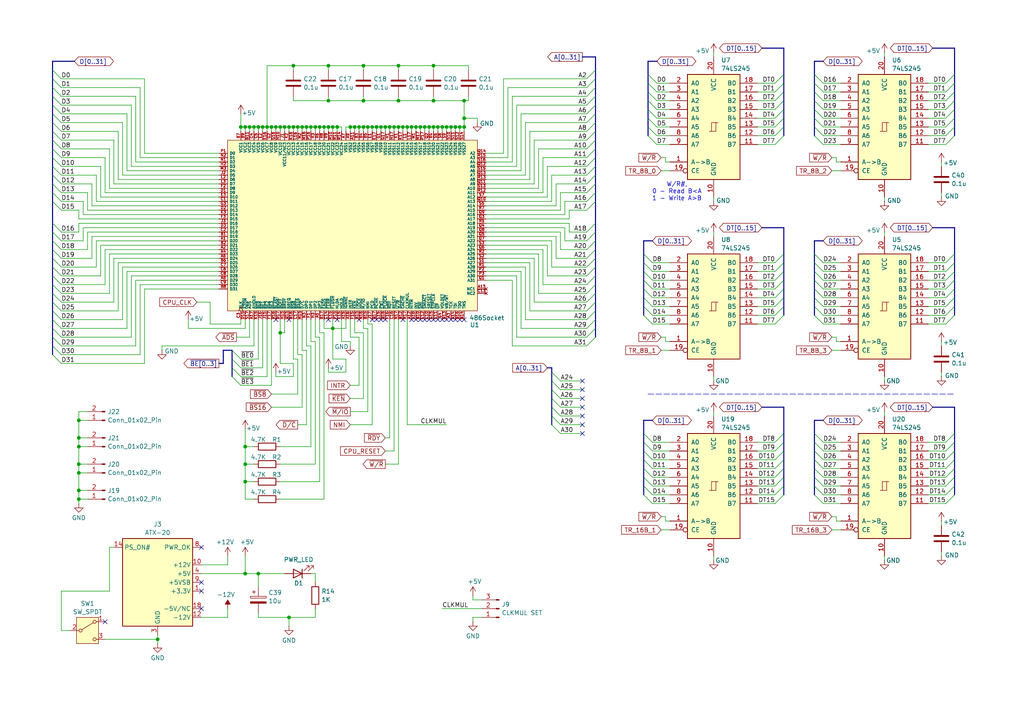
<source format=kicad_sch>
(kicad_sch (version 20250114) (generator "eeschema") (generator_version "9.0")
  (paper "A4")
  (title_block (title "486 Homebrew Computer") (date "2025-09-24") (rev "1") (company "maniek86.xyz"))
  (text "W/R#,\n0 - Read B<A\n1 - Write A>B" (at 196.342 55.626 0) (effects (font (size 1.27 1.27))))
  (junction (at 77.47 36.83))
  (junction (at 82.55 36.83))
  (junction (at 74.93 36.83))
  (junction (at 134.62 36.83))
  (junction (at 22.86 121.92))
  (junction (at 110.49 36.83))
  (junction (at 88.9 36.83))
  (junction (at 22.86 134.62))
  (junction (at 83.82 179.07))
  (junction (at 45.72 185.42))
  (junction (at 86.36 36.83))
  (junction (at 114.3 36.83))
  (junction (at 22.86 137.16))
  (junction (at 92.71 36.83))
  (junction (at 102.87 36.83))
  (junction (at 85.09 36.83))
  (junction (at 22.86 142.24))
  (junction (at 91.44 36.83))
  (junction (at 104.14 36.83))
  (junction (at 133.35 36.83))
  (junction (at 22.86 129.54))
  (junction (at 106.68 36.83))
  (junction (at 76.2 36.83))
  (junction (at 107.95 36.83))
  (junction (at 71.12 129.54))
  (junction (at 71.12 139.7))
  (junction (at 72.39 36.83))
  (junction (at 85.09 19.05))
  (junction (at 134.62 34.29))
  (junction (at 105.41 36.83))
  (junction (at 115.57 19.05))
  (junction (at 81.28 96.52))
  (junction (at 95.25 36.83))
  (junction (at 105.41 19.05))
  (junction (at 73.66 36.83))
  (junction (at 111.76 36.83))
  (junction (at 124.46 36.83))
  (junction (at 105.41 29.21))
  (junction (at 119.38 36.83))
  (junction (at 127 36.83))
  (junction (at 71.12 36.83))
  (junction (at 95.25 19.05))
  (junction (at 120.65 36.83))
  (junction (at 129.54 36.83))
  (junction (at 128.27 36.83))
  (junction (at 22.86 127))
  (junction (at 134.62 29.21))
  (junction (at 123.19 36.83))
  (junction (at 71.12 166.37))
  (junction (at 96.52 36.83))
  (junction (at 101.6 36.83))
  (junction (at 90.17 36.83))
  (junction (at 96.52 95.25))
  (junction (at 95.25 29.21))
  (junction (at 74.93 166.37))
  (junction (at 115.57 36.83))
  (junction (at 121.92 36.83))
  (junction (at 118.11 36.83))
  (junction (at 113.03 36.83))
  (junction (at 80.01 36.83))
  (junction (at 132.08 36.83))
  (junction (at 125.73 19.05))
  (junction (at 22.86 144.78))
  (junction (at 109.22 36.83))
  (junction (at 81.28 36.83))
  (junction (at 93.98 36.83))
  (junction (at 71.12 134.62))
  (junction (at 69.85 36.83))
  (junction (at 125.73 36.83))
  (junction (at 130.81 36.83))
  (junction (at 97.79 36.83))
  (junction (at 115.57 29.21))
  (junction (at 125.73 29.21))
  (junction (at 78.74 36.83))
  (junction (at 116.84 36.83))
  (junction (at 83.82 36.83))
  (junction (at 87.63 36.83))
  (no_connect (at 58.42 176.53))
  (no_connect (at 168.91 125.73))
  (no_connect (at 123.19 92.71))
  (no_connect (at 168.91 123.19))
  (no_connect (at 58.42 171.45))
  (no_connect (at 127 92.71))
  (no_connect (at 168.91 110.49))
  (no_connect (at 97.79 92.71))
  (no_connect (at 119.38 92.71))
  (no_connect (at 129.54 92.71))
  (no_connect (at 168.91 113.03))
  (no_connect (at 124.46 92.71))
  (no_connect (at 134.62 92.71))
  (no_connect (at 128.27 92.71))
  (no_connect (at 133.35 92.71))
  (no_connect (at 109.22 92.71))
  (no_connect (at 110.49 92.71))
  (no_connect (at 121.92 92.71))
  (no_connect (at 168.91 120.65))
  (no_connect (at 83.82 92.71))
  (no_connect (at 80.01 92.71))
  (no_connect (at 116.84 92.71))
  (no_connect (at 120.65 92.71))
  (no_connect (at 168.91 115.57))
  (no_connect (at 107.95 92.71))
  (no_connect (at 95.25 92.71))
  (no_connect (at 130.81 92.71))
  (no_connect (at 58.42 158.75))
  (no_connect (at 111.76 92.71))
  (no_connect (at 125.73 92.71))
  (no_connect (at 30.48 180.34))
  (no_connect (at 104.14 92.71))
  (no_connect (at 168.91 118.11))
  (no_connect (at 58.42 168.91))
  (no_connect (at 132.08 92.71))
  (bus_entry (at 160.02 120.65) (size 2.54 2.54))
  (bus_entry (at 17.78 53.34) (size -2.54 -2.54))
  (bus_entry (at 170.18 35.56) (size 2.54 -2.54))
  (bus_entry (at 17.78 90.17) (size -2.54 -2.54))
  (bus_entry (at 170.18 53.34) (size 2.54 -2.54))
  (bus_entry (at 274.32 91.44) (size 2.54 -2.54))
  (bus_entry (at 224.79 130.81) (size 2.54 -2.54))
  (bus_entry (at 17.78 40.64) (size -2.54 -2.54))
  (bus_entry (at 224.79 83.82) (size 2.54 -2.54))
  (bus_entry (at 238.76 39.37) (size -2.54 -2.54))
  (bus_entry (at 17.78 92.71) (size -2.54 -2.54))
  (bus_entry (at 224.79 143.51) (size 2.54 -2.54))
  (bus_entry (at 224.79 26.67) (size 2.54 -2.54))
  (bus_entry (at 238.76 91.44) (size -2.54 -2.54))
  (bus_entry (at 224.79 34.29) (size 2.54 -2.54))
  (bus_entry (at 238.76 128.27) (size -2.54 -2.54))
  (bus_entry (at 189.23 130.81) (size -2.54 -2.54))
  (bus_entry (at 170.18 74.93) (size 2.54 -2.54))
  (bus_entry (at 238.76 86.36) (size -2.54 -2.54))
  (bus_entry (at 189.23 83.82) (size -2.54 -2.54))
  (bus_entry (at 224.79 76.2) (size 2.54 -2.54))
  (bus_entry (at 189.23 135.89) (size -2.54 -2.54))
  (bus_entry (at 17.78 30.48) (size -2.54 -2.54))
  (bus_entry (at 189.23 146.05) (size -2.54 -2.54))
  (bus_entry (at 17.78 80.01) (size -2.54 -2.54))
  (bus_entry (at 170.18 25.4) (size 2.54 -2.54))
  (bus_entry (at 238.76 34.29) (size -2.54 -2.54))
  (bus_entry (at 17.78 43.18) (size -2.54 -2.54))
  (bus_entry (at 170.18 33.02) (size 2.54 -2.54))
  (bus_entry (at 224.79 93.98) (size 2.54 -2.54))
  (bus_entry (at 17.78 67.31) (size -2.54 -2.54))
  (bus_entry (at 274.32 86.36) (size 2.54 -2.54))
  (bus_entry (at 189.23 140.97) (size -2.54 -2.54))
  (bus_entry (at 17.78 27.94) (size -2.54 -2.54))
  (bus_entry (at 224.79 36.83) (size 2.54 -2.54))
  (bus_entry (at 190.5 34.29) (size -2.54 -2.54))
  (bus_entry (at 274.32 26.67) (size 2.54 -2.54))
  (bus_entry (at 170.18 58.42) (size 2.54 -2.54))
  (bus_entry (at 170.18 48.26) (size 2.54 -2.54))
  (bus_entry (at 189.23 81.28) (size -2.54 -2.54))
  (bus_entry (at 170.18 43.18) (size 2.54 -2.54))
  (bus_entry (at 170.18 69.85) (size 2.54 -2.54))
  (bus_entry (at 160.02 110.49) (size 2.54 2.54))
  (bus_entry (at 160.02 113.03) (size 2.54 2.54))
  (bus_entry (at 238.76 88.9) (size -2.54 -2.54))
  (bus_entry (at 190.5 41.91) (size -2.54 -2.54))
  (bus_entry (at 17.78 50.8) (size -2.54 -2.54))
  (bus_entry (at 224.79 91.44) (size 2.54 -2.54))
  (bus_entry (at 190.5 31.75) (size -2.54 -2.54))
  (bus_entry (at 17.78 102.87) (size -2.54 -2.54))
  (bus_entry (at 224.79 133.35) (size 2.54 -2.54))
  (bus_entry (at 224.79 86.36) (size 2.54 -2.54))
  (bus_entry (at 189.23 93.98) (size -2.54 -2.54))
  (bus_entry (at 160.02 123.19) (size 2.54 2.54))
  (bus_entry (at 238.76 130.81) (size -2.54 -2.54))
  (bus_entry (at 238.76 133.35) (size -2.54 -2.54))
  (bus_entry (at 274.32 31.75) (size 2.54 -2.54))
  (bus_entry (at 190.5 39.37) (size -2.54 -2.54))
  (bus_entry (at 170.18 38.1) (size 2.54 -2.54))
  (bus_entry (at 224.79 41.91) (size 2.54 -2.54))
  (bus_entry (at 17.78 74.93) (size -2.54 -2.54))
  (bus_entry (at 69.85 109.22) (size -2.54 -2.54))
  (bus_entry (at 170.18 40.64) (size 2.54 -2.54))
  (bus_entry (at 274.32 128.27) (size 2.54 -2.54))
  (bus_entry (at 274.32 34.29) (size 2.54 -2.54))
  (bus_entry (at 17.78 58.42) (size -2.54 -2.54))
  (bus_entry (at 170.18 82.55) (size 2.54 -2.54))
  (bus_entry (at 274.32 143.51) (size 2.54 -2.54))
  (bus_entry (at 17.78 72.39) (size -2.54 -2.54))
  (bus_entry (at 238.76 31.75) (size -2.54 -2.54))
  (bus_entry (at 274.32 146.05) (size 2.54 -2.54))
  (bus_entry (at 238.76 41.91) (size -2.54 -2.54))
  (bus_entry (at 17.78 87.63) (size -2.54 -2.54))
  (bus_entry (at 190.5 36.83) (size -2.54 -2.54))
  (bus_entry (at 17.78 100.33) (size -2.54 -2.54))
  (bus_entry (at 224.79 138.43) (size 2.54 -2.54))
  (bus_entry (at 160.02 107.95) (size 2.54 2.54))
  (bus_entry (at 189.23 138.43) (size -2.54 -2.54))
  (bus_entry (at 224.79 24.13) (size 2.54 -2.54))
  (bus_entry (at 170.18 80.01) (size 2.54 -2.54))
  (bus_entry (at 274.32 130.81) (size 2.54 -2.54))
  (bus_entry (at 238.76 24.13) (size -2.54 -2.54))
  (bus_entry (at 238.76 146.05) (size -2.54 -2.54))
  (bus_entry (at 274.32 78.74) (size 2.54 -2.54))
  (bus_entry (at 17.78 38.1) (size -2.54 -2.54))
  (bus_entry (at 69.85 106.68) (size -2.54 -2.54))
  (bus_entry (at 170.18 95.25) (size 2.54 -2.54))
  (bus_entry (at 17.78 95.25) (size -2.54 -2.54))
  (bus_entry (at 190.5 26.67) (size -2.54 -2.54))
  (bus_entry (at 224.79 128.27) (size 2.54 -2.54))
  (bus_entry (at 17.78 60.96) (size -2.54 -2.54))
  (bus_entry (at 17.78 85.09) (size -2.54 -2.54))
  (bus_entry (at 189.23 91.44) (size -2.54 -2.54))
  (bus_entry (at 224.79 88.9) (size 2.54 -2.54))
  (bus_entry (at 160.02 118.11) (size 2.54 2.54))
  (bus_entry (at 170.18 45.72) (size 2.54 -2.54))
  (bus_entry (at 224.79 146.05) (size 2.54 -2.54))
  (bus_entry (at 274.32 39.37) (size 2.54 -2.54))
  (bus_entry (at 170.18 77.47) (size 2.54 -2.54))
  (bus_entry (at 69.85 111.76) (size -2.54 -2.54))
  (bus_entry (at 189.23 133.35) (size -2.54 -2.54))
  (bus_entry (at 17.78 55.88) (size -2.54 -2.54))
  (bus_entry (at 238.76 93.98) (size -2.54 -2.54))
  (bus_entry (at 274.32 138.43) (size 2.54 -2.54))
  (bus_entry (at 238.76 138.43) (size -2.54 -2.54))
  (bus_entry (at 224.79 29.21) (size 2.54 -2.54))
  (bus_entry (at 238.76 135.89) (size -2.54 -2.54))
  (bus_entry (at 17.78 33.02) (size -2.54 -2.54))
  (bus_entry (at 274.32 76.2) (size 2.54 -2.54))
  (bus_entry (at 17.78 48.26) (size -2.54 -2.54))
  (bus_entry (at 274.32 81.28) (size 2.54 -2.54))
  (bus_entry (at 224.79 78.74) (size 2.54 -2.54))
  (bus_entry (at 170.18 30.48) (size 2.54 -2.54))
  (bus_entry (at 170.18 60.96) (size 2.54 -2.54))
  (bus_entry (at 238.76 83.82) (size -2.54 -2.54))
  (bus_entry (at 274.32 133.35) (size 2.54 -2.54))
  (bus_entry (at 190.5 24.13) (size -2.54 -2.54))
  (bus_entry (at 170.18 50.8) (size 2.54 -2.54))
  (bus_entry (at 189.23 78.74) (size -2.54 -2.54))
  (bus_entry (at 238.76 76.2) (size -2.54 -2.54))
  (bus_entry (at 170.18 85.09) (size 2.54 -2.54))
  (bus_entry (at 190.5 29.21) (size -2.54 -2.54))
  (bus_entry (at 189.23 76.2) (size -2.54 -2.54))
  (bus_entry (at 170.18 27.94) (size 2.54 -2.54))
  (bus_entry (at 238.76 29.21) (size -2.54 -2.54))
  (bus_entry (at 238.76 36.83) (size -2.54 -2.54))
  (bus_entry (at 17.78 97.79) (size -2.54 -2.54))
  (bus_entry (at 170.18 90.17) (size 2.54 -2.54))
  (bus_entry (at 224.79 39.37) (size 2.54 -2.54))
  (bus_entry (at 170.18 67.31) (size 2.54 -2.54))
  (bus_entry (at 238.76 78.74) (size -2.54 -2.54))
  (bus_entry (at 238.76 26.67) (size -2.54 -2.54))
  (bus_entry (at 274.32 140.97) (size 2.54 -2.54))
  (bus_entry (at 274.32 135.89) (size 2.54 -2.54))
  (bus_entry (at 274.32 88.9) (size 2.54 -2.54))
  (bus_entry (at 224.79 140.97) (size 2.54 -2.54))
  (bus_entry (at 170.18 97.79) (size 2.54 -2.54))
  (bus_entry (at 69.85 104.14) (size -2.54 -2.54))
  (bus_entry (at 189.23 88.9) (size -2.54 -2.54))
  (bus_entry (at 238.76 81.28) (size -2.54 -2.54))
  (bus_entry (at 274.32 83.82) (size 2.54 -2.54))
  (bus_entry (at 170.18 55.88) (size 2.54 -2.54))
  (bus_entry (at 17.78 82.55) (size -2.54 -2.54))
  (bus_entry (at 274.32 29.21) (size 2.54 -2.54))
  (bus_entry (at 224.79 135.89) (size 2.54 -2.54))
  (bus_entry (at 274.32 41.91) (size 2.54 -2.54))
  (bus_entry (at 17.78 45.72) (size -2.54 -2.54))
  (bus_entry (at 238.76 140.97) (size -2.54 -2.54))
  (bus_entry (at 189.23 86.36) (size -2.54 -2.54))
  (bus_entry (at 17.78 105.41) (size -2.54 -2.54))
  (bus_entry (at 189.23 128.27) (size -2.54 -2.54))
  (bus_entry (at 224.79 81.28) (size 2.54 -2.54))
  (bus_entry (at 238.76 143.51) (size -2.54 -2.54))
  (bus_entry (at 170.18 22.86) (size 2.54 -2.54))
  (bus_entry (at 224.79 31.75) (size 2.54 -2.54))
  (bus_entry (at 189.23 143.51) (size -2.54 -2.54))
  (bus_entry (at 170.18 72.39) (size 2.54 -2.54))
  (bus_entry (at 17.78 69.85) (size -2.54 -2.54))
  (bus_entry (at 274.32 36.83) (size 2.54 -2.54))
  (bus_entry (at 17.78 35.56) (size -2.54 -2.54))
  (bus_entry (at 170.18 92.71) (size 2.54 -2.54))
  (bus_entry (at 17.78 22.86) (size -2.54 -2.54))
  (bus_entry (at 17.78 77.47) (size -2.54 -2.54))
  (bus_entry (at 170.18 87.63) (size 2.54 -2.54))
  (bus_entry (at 274.32 93.98) (size 2.54 -2.54))
  (bus_entry (at 274.32 24.13) (size 2.54 -2.54))
  (bus_entry (at 170.18 100.33) (size 2.54 -2.54))
  (bus_entry (at 17.78 25.4) (size -2.54 -2.54))
  (bus_entry (at 160.02 115.57) (size 2.54 2.54))
  (wire (pts (xy 17.78 48.26) (xy 29.21 48.26)))
  (wire (pts (xy 193.04 45.72) (xy 193.04 46.99)))
  (wire (pts (xy 81.28 129.54) (xy 90.17 129.54)))
  (bus (pts (xy 276.86 13.97) (xy 276.86 21.59)))
  (wire (pts (xy 238.76 81.28) (xy 243.84 81.28)))
  (bus (pts (xy 227.33 13.97) (xy 227.33 21.59)))
  (bus (pts (xy 172.72 16.51) (xy 168.91 16.51)))
  (bus (pts (xy 276.86 130.81) (xy 276.86 133.35)))
  (wire (pts (xy 128.27 36.83) (xy 128.27 38.1)))
  (wire (pts (xy 30.48 72.39) (xy 63.5 72.39)))
  (wire (pts (xy 163.83 62.23) (xy 140.97 62.23)))
  (wire (pts (xy 100.33 36.83) (xy 100.33 38.1)))
  (wire (pts (xy 74.93 92.71) (xy 74.93 104.14)))
  (wire (pts (xy 24.13 66.04) (xy 24.13 69.85)))
  (wire (pts (xy 118.11 92.71) (xy 118.11 123.19)))
  (wire (pts (xy 99.06 36.83) (xy 99.06 38.1)))
  (wire (pts (xy 41.91 44.45) (xy 41.91 22.86)))
  (wire (pts (xy 207.01 161.29) (xy 207.01 162.56)))
  (wire (pts (xy 115.57 36.83) (xy 115.57 38.1)))
  (wire (pts (xy 17.78 53.34) (xy 26.67 53.34)))
  (wire (pts (xy 22.86 129.54) (xy 25.4 129.54)))
  (wire (pts (xy 148.59 27.94) (xy 148.59 46.99)))
  (wire (pts (xy 97.79 36.83) (xy 97.79 38.1)))
  (bus (pts (xy 227.33 140.97) (xy 227.33 143.51)))
  (bus (pts (xy 236.22 128.27) (xy 236.22 125.73)))
  (wire (pts (xy 93.98 96.52) (xy 93.98 144.78)))
  (bus (pts (xy 15.24 80.01) (xy 15.24 77.47)))
  (wire (pts (xy 125.73 36.83) (xy 124.46 36.83)))
  (bus (pts (xy 270.51 13.97) (xy 276.86 13.97)))
  (wire (pts (xy 17.78 77.47) (xy 27.94 77.47)))
  (wire (pts (xy 36.83 95.25) (xy 36.83 78.74)))
  (wire (pts (xy 101.6 111.76) (xy 104.14 111.76)))
  (wire (pts (xy 137.16 172.72) (xy 137.16 173.99)))
  (bus (pts (xy 227.33 86.36) (xy 227.33 88.9)))
  (wire (pts (xy 81.28 92.71) (xy 81.28 96.52)))
  (wire (pts (xy 95.25 27.94) (xy 95.25 29.21)))
  (wire (pts (xy 151.13 33.02) (xy 151.13 49.53)))
  (wire (pts (xy 17.78 40.64) (xy 33.02 40.64)))
  (wire (pts (xy 87.63 92.71) (xy 87.63 101.6)))
  (wire (pts (xy 238.76 146.05) (xy 243.84 146.05)))
  (wire (pts (xy 22.86 60.96) (xy 22.86 63.5)))
  (bus (pts (xy 187.96 24.13) (xy 187.96 21.59)))
  (wire (pts (xy 238.76 29.21) (xy 243.84 29.21)))
  (wire (pts (xy 121.92 36.83) (xy 120.65 36.83)))
  (wire (pts (xy 78.74 114.3) (xy 86.36 114.3)))
  (wire (pts (xy 149.86 80.01) (xy 149.86 97.79)))
  (bus (pts (xy 276.86 34.29) (xy 276.86 36.83)))
  (wire (pts (xy 113.03 92.71) (xy 113.03 127)))
  (wire (pts (xy 238.76 135.89) (xy 243.84 135.89)))
  (wire (pts (xy 269.24 138.43) (xy 274.32 138.43)))
  (wire (pts (xy 170.18 35.56) (xy 152.4 35.56)))
  (wire (pts (xy 107.95 36.83) (xy 106.68 36.83)))
  (wire (pts (xy 22.86 121.92) (xy 25.4 121.92)))
  (wire (pts (xy 34.29 52.07) (xy 63.5 52.07)))
  (wire (pts (xy 191.77 153.67) (xy 194.31 153.67)))
  (wire (pts (xy 105.41 29.21) (xy 95.25 29.21)))
  (bus (pts (xy 15.24 58.42) (xy 15.24 55.88)))
  (wire (pts (xy 85.09 29.21) (xy 85.09 27.94)))
  (bus (pts (xy 172.72 69.85) (xy 172.72 67.31)))
  (wire (pts (xy 156.21 43.18) (xy 156.21 54.61)))
  (wire (pts (xy 109.22 36.83) (xy 109.22 38.1)))
  (bus (pts (xy 172.72 33.02) (xy 172.72 30.48)))
  (wire (pts (xy 132.08 36.83) (xy 132.08 38.1)))
  (bus (pts (xy 172.72 58.42) (xy 172.72 55.88)))
  (wire (pts (xy 101.6 123.19) (xy 107.95 123.19)))
  (wire (pts (xy 99.06 36.83) (xy 97.79 36.83)))
  (wire (pts (xy 91.44 179.07) (xy 91.44 176.53)))
  (wire (pts (xy 36.83 33.02) (xy 36.83 49.53)))
  (bus (pts (xy 270.51 118.11) (xy 276.86 118.11)))
  (wire (pts (xy 22.86 144.78) (xy 22.86 146.05)))
  (wire (pts (xy 91.44 166.37) (xy 90.17 166.37)))
  (wire (pts (xy 170.18 80.01) (xy 158.75 80.01)))
  (wire (pts (xy 72.39 92.71) (xy 72.39 97.79)))
  (wire (pts (xy 17.78 45.72) (xy 30.48 45.72)))
  (bus (pts (xy 172.72 53.34) (xy 172.72 50.8)))
  (wire (pts (xy 113.03 36.83) (xy 113.03 38.1)))
  (wire (pts (xy 71.12 166.37) (xy 74.93 166.37)))
  (wire (pts (xy 190.5 41.91) (xy 194.31 41.91)))
  (wire (pts (xy 26.67 59.69) (xy 63.5 59.69)))
  (wire (pts (xy 100.33 95.25) (xy 100.33 92.71)))
  (wire (pts (xy 190.5 36.83) (xy 194.31 36.83)))
  (wire (pts (xy 104.14 97.79) (xy 101.6 97.79)))
  (wire (pts (xy 71.12 134.62) (xy 73.66 134.62)))
  (bus (pts (xy 276.86 83.82) (xy 276.86 86.36)))
  (wire (pts (xy 170.18 95.25) (xy 151.13 95.25)))
  (wire (pts (xy 242.57 46.99) (xy 243.84 46.99)))
  (wire (pts (xy 24.13 62.23) (xy 24.13 58.42)))
  (wire (pts (xy 140.97 81.28) (xy 148.59 81.28)))
  (bus (pts (xy 172.72 30.48) (xy 172.72 27.94)))
  (wire (pts (xy 96.52 104.14) (xy 100.33 104.14)))
  (wire (pts (xy 191.77 45.72) (xy 193.04 45.72)))
  (wire (pts (xy 135.89 27.94) (xy 135.89 29.21)))
  (wire (pts (xy 31.75 54.61) (xy 31.75 43.18)))
  (bus (pts (xy 227.33 26.67) (xy 227.33 29.21)))
  (wire (pts (xy 170.18 58.42) (xy 163.83 58.42)))
  (bus (pts (xy 227.33 138.43) (xy 227.33 140.97)))
  (wire (pts (xy 158.75 71.12) (xy 158.75 80.01)))
  (wire (pts (xy 189.23 91.44) (xy 194.31 91.44)))
  (wire (pts (xy 154.94 87.63) (xy 154.94 74.93)))
  (wire (pts (xy 105.41 36.83) (xy 104.14 36.83)))
  (wire (pts (xy 93.98 92.71) (xy 93.98 95.25)))
  (wire (pts (xy 91.44 92.71) (xy 91.44 97.79)))
  (wire (pts (xy 269.24 34.29) (xy 274.32 34.29)))
  (bus (pts (xy 15.24 97.79) (xy 15.24 95.25)))
  (bus (pts (xy 15.24 20.32) (xy 15.24 17.78)))
  (bus (pts (xy 15.24 72.39) (xy 15.24 69.85)))
  (wire (pts (xy 152.4 50.8) (xy 152.4 35.56)))
  (wire (pts (xy 39.37 100.33) (xy 39.37 81.28)))
  (wire (pts (xy 85.09 109.22) (xy 80.01 109.22)))
  (wire (pts (xy 190.5 26.67) (xy 194.31 26.67)))
  (wire (pts (xy 17.78 38.1) (xy 34.29 38.1)))
  (wire (pts (xy 241.3 101.6) (xy 243.84 101.6)))
  (wire (pts (xy 80.01 36.83) (xy 78.74 36.83)))
  (wire (pts (xy 189.23 143.51) (xy 194.31 143.51)))
  (wire (pts (xy 81.28 134.62) (xy 91.44 134.62)))
  (wire (pts (xy 162.56 110.49) (xy 168.91 110.49)))
  (wire (pts (xy 238.76 31.75) (xy 243.84 31.75)))
  (wire (pts (xy 269.24 93.98) (xy 274.32 93.98)))
  (wire (pts (xy 133.35 36.83) (xy 132.08 36.83)))
  (wire (pts (xy 138.43 35.56) (xy 138.43 34.29)))
  (wire (pts (xy 109.22 36.83) (xy 107.95 36.83)))
  (wire (pts (xy 219.71 130.81) (xy 224.79 130.81)))
  (wire (pts (xy 161.29 53.34) (xy 161.29 59.69)))
  (bus (pts (xy 172.72 38.1) (xy 172.72 35.56)))
  (wire (pts (xy 269.24 88.9) (xy 274.32 88.9)))
  (polyline (pts (xy 187.96 114.3) (xy 276.86 114.3)) (stroke (width 0) (type dash)))
  (bus (pts (xy 276.86 135.89) (xy 276.86 138.43)))
  (wire (pts (xy 161.29 68.58) (xy 161.29 74.93)))
  (wire (pts (xy 269.24 76.2) (xy 274.32 76.2)))
  (wire (pts (xy 92.71 36.83) (xy 91.44 36.83)))
  (wire (pts (xy 116.84 36.83) (xy 115.57 36.83)))
  (wire (pts (xy 26.67 59.69) (xy 26.67 53.34)))
  (bus (pts (xy 187.96 26.67) (xy 187.96 24.13)))
  (wire (pts (xy 105.41 96.52) (xy 105.41 115.57)))
  (bus (pts (xy 227.33 36.83) (xy 227.33 39.37)))
  (wire (pts (xy 17.78 102.87) (xy 40.64 102.87)))
  (wire (pts (xy 114.3 92.71) (xy 114.3 130.81)))
  (wire (pts (xy 170.18 74.93) (xy 161.29 74.93)))
  (wire (pts (xy 99.06 92.71) (xy 99.06 99.06)))
  (wire (pts (xy 219.71 146.05) (xy 224.79 146.05)))
  (wire (pts (xy 189.23 93.98) (xy 194.31 93.98)))
  (wire (pts (xy 95.25 36.83) (xy 95.25 38.1)))
  (wire (pts (xy 33.02 74.93) (xy 63.5 74.93)))
  (bus (pts (xy 15.24 77.47) (xy 15.24 74.93)))
  (wire (pts (xy 269.24 86.36) (xy 274.32 86.36)))
  (wire (pts (xy 58.42 179.07) (xy 66.04 179.07)))
  (wire (pts (xy 60.96 93.98) (xy 69.85 93.98)))
  (wire (pts (xy 17.78 82.55) (xy 30.48 82.55)))
  (wire (pts (xy 69.85 36.83) (xy 69.85 38.1)))
  (wire (pts (xy 149.86 48.26) (xy 149.86 30.48)))
  (wire (pts (xy 17.78 50.8) (xy 27.94 50.8)))
  (bus (pts (xy 236.22 21.59) (xy 236.22 17.78)))
  (wire (pts (xy 111.76 36.83) (xy 111.76 38.1)))
  (wire (pts (xy 238.76 34.29) (xy 243.84 34.29)))
  (wire (pts (xy 17.78 87.63) (xy 33.02 87.63)))
  (bus (pts (xy 172.72 22.86) (xy 172.72 20.32)))
  (wire (pts (xy 148.59 46.99) (xy 140.97 46.99)))
  (bus (pts (xy 187.96 29.21) (xy 187.96 26.67)))
  (wire (pts (xy 119.38 36.83) (xy 118.11 36.83)))
  (bus (pts (xy 186.69 73.66) (xy 186.69 69.85)))
  (wire (pts (xy 17.78 22.86) (xy 41.91 22.86)))
  (wire (pts (xy 81.28 36.83) (xy 82.55 36.83)))
  (wire (pts (xy 190.5 31.75) (xy 194.31 31.75)))
  (wire (pts (xy 34.29 52.07) (xy 34.29 38.1)))
  (wire (pts (xy 269.24 143.51) (xy 274.32 143.51)))
  (wire (pts (xy 170.18 90.17) (xy 153.67 90.17)))
  (wire (pts (xy 269.24 133.35) (xy 274.32 133.35)))
  (wire (pts (xy 17.78 97.79) (xy 38.1 97.79)))
  (wire (pts (xy 238.76 41.91) (xy 243.84 41.91)))
  (wire (pts (xy 26.67 74.93) (xy 26.67 68.58)))
  (wire (pts (xy 22.86 134.62) (xy 22.86 137.16)))
  (wire (pts (xy 115.57 27.94) (xy 115.57 29.21)))
  (bus (pts (xy 276.86 128.27) (xy 276.86 130.81)))
  (wire (pts (xy 243.84 76.2) (xy 238.76 76.2)))
  (wire (pts (xy 81.28 139.7) (xy 92.71 139.7)))
  (bus (pts (xy 172.72 45.72) (xy 172.72 43.18)))
  (bus (pts (xy 186.69 140.97) (xy 186.69 138.43)))
  (wire (pts (xy 22.86 119.38) (xy 22.86 121.92)))
  (wire (pts (xy 219.71 34.29) (xy 224.79 34.29)))
  (wire (pts (xy 119.38 36.83) (xy 119.38 38.1)))
  (wire (pts (xy 41.91 44.45) (xy 63.5 44.45)))
  (wire (pts (xy 170.18 85.09) (xy 156.21 85.09)))
  (wire (pts (xy 31.75 85.09) (xy 31.75 73.66)))
  (bus (pts (xy 276.86 24.13) (xy 276.86 26.67)))
  (wire (pts (xy 256.54 119.38) (xy 256.54 120.65)))
  (wire (pts (xy 91.44 36.83) (xy 90.17 36.83)))
  (wire (pts (xy 134.62 36.83) (xy 133.35 36.83)))
  (wire (pts (xy 207.01 67.31) (xy 207.01 68.58)))
  (wire (pts (xy 165.1 60.96) (xy 170.18 60.96)))
  (wire (pts (xy 170.18 55.88) (xy 162.56 55.88)))
  (wire (pts (xy 35.56 35.56) (xy 35.56 50.8)))
  (wire (pts (xy 219.71 39.37) (xy 224.79 39.37)))
  (wire (pts (xy 22.86 144.78) (xy 25.4 144.78)))
  (bus (pts (xy 186.69 133.35) (xy 186.69 130.81)))
  (bus (pts (xy 172.72 72.39) (xy 172.72 69.85)))
  (bus (pts (xy 236.22 78.74) (xy 236.22 76.2)))
  (wire (pts (xy 30.48 72.39) (xy 30.48 82.55)))
  (wire (pts (xy 22.86 142.24) (xy 25.4 142.24)))
  (bus (pts (xy 227.33 31.75) (xy 227.33 34.29)))
  (bus (pts (xy 160.02 107.95) (xy 160.02 110.49)))
  (wire (pts (xy 97.79 36.83) (xy 96.52 36.83)))
  (bus (pts (xy 236.22 31.75) (xy 236.22 29.21)))
  (wire (pts (xy 17.78 72.39) (xy 25.4 72.39)))
  (wire (pts (xy 165.1 64.77) (xy 140.97 64.77)))
  (wire (pts (xy 219.71 78.74) (xy 224.79 78.74)))
  (wire (pts (xy 153.67 38.1) (xy 153.67 52.07)))
  (wire (pts (xy 17.78 55.88) (xy 25.4 55.88)))
  (wire (pts (xy 105.41 27.94) (xy 105.41 29.21)))
  (wire (pts (xy 269.24 78.74) (xy 274.32 78.74)))
  (wire (pts (xy 25.4 55.88) (xy 25.4 60.96)))
  (wire (pts (xy 134.62 29.21) (xy 134.62 34.29)))
  (wire (pts (xy 95.25 19.05) (xy 95.25 20.32)))
  (wire (pts (xy 147.32 45.72) (xy 147.32 25.4)))
  (bus (pts (xy 186.69 81.28) (xy 186.69 78.74)))
  (wire (pts (xy 256.54 67.31) (xy 256.54 68.58)))
  (bus (pts (xy 160.02 110.49) (xy 160.02 113.03)))
  (wire (pts (xy 189.23 83.82) (xy 194.31 83.82)))
  (wire (pts (xy 41.91 83.82) (xy 63.5 83.82)))
  (wire (pts (xy 45.72 185.42) (xy 45.72 186.69)))
  (wire (pts (xy 100.33 107.95) (xy 100.33 104.14)))
  (wire (pts (xy 157.48 72.39) (xy 140.97 72.39)))
  (wire (pts (xy 242.57 97.79) (xy 242.57 99.06)))
  (wire (pts (xy 189.23 140.97) (xy 194.31 140.97)))
  (wire (pts (xy 219.71 143.51) (xy 224.79 143.51)))
  (bus (pts (xy 15.24 64.77) (xy 15.24 58.42)))
  (wire (pts (xy 219.71 29.21) (xy 224.79 29.21)))
  (wire (pts (xy 26.67 68.58) (xy 63.5 68.58)))
  (wire (pts (xy 121.92 36.83) (xy 121.92 38.1)))
  (wire (pts (xy 170.18 100.33) (xy 148.59 100.33)))
  (wire (pts (xy 154.94 53.34) (xy 154.94 40.64)))
  (bus (pts (xy 15.24 102.87) (xy 15.24 100.33)))
  (wire (pts (xy 96.52 36.83) (xy 95.25 36.83)))
  (wire (pts (xy 102.87 96.52) (xy 105.41 96.52)))
  (wire (pts (xy 104.14 36.83) (xy 102.87 36.83)))
  (wire (pts (xy 269.24 140.97) (xy 274.32 140.97)))
  (wire (pts (xy 170.18 27.94) (xy 148.59 27.94)))
  (wire (pts (xy 69.85 111.76) (xy 78.74 111.76)))
  (wire (pts (xy 87.63 36.83) (xy 88.9 36.83)))
  (wire (pts (xy 140.97 50.8) (xy 152.4 50.8)))
  (bus (pts (xy 15.24 87.63) (xy 15.24 85.09)))
  (wire (pts (xy 39.37 81.28) (xy 63.5 81.28)))
  (bus (pts (xy 15.24 82.55) (xy 15.24 80.01)))
  (wire (pts (xy 238.76 133.35) (xy 243.84 133.35)))
  (wire (pts (xy 130.81 36.83) (xy 129.54 36.83)))
  (wire (pts (xy 114.3 36.83) (xy 114.3 38.1)))
  (wire (pts (xy 91.44 99.06) (xy 90.17 99.06)))
  (wire (pts (xy 73.66 92.71) (xy 73.66 100.33)))
  (wire (pts (xy 68.58 97.79) (xy 72.39 97.79)))
  (wire (pts (xy 95.25 36.83) (xy 93.98 36.83)))
  (wire (pts (xy 77.47 36.83) (xy 77.47 38.1)))
  (wire (pts (xy 243.84 128.27) (xy 238.76 128.27)))
  (wire (pts (xy 140.97 45.72) (xy 147.32 45.72)))
  (wire (pts (xy 163.83 66.04) (xy 163.83 69.85)))
  (wire (pts (xy 138.43 34.29) (xy 134.62 34.29)))
  (bus (pts (xy 236.22 24.13) (xy 236.22 21.59)))
  (wire (pts (xy 130.81 36.83) (xy 130.81 38.1)))
  (wire (pts (xy 170.18 77.47) (xy 160.02 77.47)))
  (wire (pts (xy 269.24 91.44) (xy 274.32 91.44)))
  (wire (pts (xy 73.66 36.83) (xy 72.39 36.83)))
  (wire (pts (xy 134.62 29.21) (xy 125.73 29.21)))
  (wire (pts (xy 207.01 109.22) (xy 207.01 110.49)))
  (wire (pts (xy 105.41 95.25) (xy 106.68 95.25)))
  (bus (pts (xy 15.24 45.72) (xy 15.24 43.18)))
  (wire (pts (xy 29.21 57.15) (xy 63.5 57.15)))
  (wire (pts (xy 88.9 100.33) (xy 90.17 100.33)))
  (wire (pts (xy 40.64 45.72) (xy 40.64 25.4)))
  (wire (pts (xy 87.63 101.6) (xy 88.9 101.6)))
  (wire (pts (xy 82.55 36.83) (xy 82.55 38.1)))
  (wire (pts (xy 88.9 101.6) (xy 88.9 123.19)))
  (wire (pts (xy 162.56 118.11) (xy 168.91 118.11)))
  (wire (pts (xy 101.6 99.06) (xy 99.06 99.06)))
  (wire (pts (xy 115.57 19.05) (xy 125.73 19.05)))
  (wire (pts (xy 125.73 29.21) (xy 115.57 29.21)))
  (wire (pts (xy 170.18 45.72) (xy 157.48 45.72)))
  (wire (pts (xy 82.55 92.71) (xy 82.55 96.52)))
  (bus (pts (xy 172.72 87.63) (xy 172.72 85.09)))
  (wire (pts (xy 30.48 45.72) (xy 30.48 55.88)))
  (bus (pts (xy 186.69 78.74) (xy 186.69 76.2)))
  (wire (pts (xy 189.23 146.05) (xy 194.31 146.05)))
  (bus (pts (xy 236.22 26.67) (xy 236.22 24.13)))
  (wire (pts (xy 24.13 62.23) (xy 63.5 62.23)))
  (wire (pts (xy 39.37 46.99) (xy 63.5 46.99)))
  (wire (pts (xy 86.36 123.19) (xy 88.9 123.19)))
  (wire (pts (xy 22.86 127) (xy 25.4 127)))
  (wire (pts (xy 162.56 125.73) (xy 168.91 125.73)))
  (wire (pts (xy 256.54 15.24) (xy 256.54 16.51)))
  (bus (pts (xy 270.51 66.04) (xy 276.86 66.04)))
  (wire (pts (xy 152.4 77.47) (xy 140.97 77.47)))
  (wire (pts (xy 162.56 67.31) (xy 140.97 67.31)))
  (wire (pts (xy 193.04 149.86) (xy 193.04 151.13)))
  (wire (pts (xy 102.87 36.83) (xy 101.6 36.83)))
  (wire (pts (xy 22.86 121.92) (xy 22.86 127)))
  (wire (pts (xy 73.66 144.78) (xy 71.12 144.78)))
  (wire (pts (xy 151.13 49.53) (xy 140.97 49.53)))
  (wire (pts (xy 113.03 36.83) (xy 111.76 36.83)))
  (bus (pts (xy 187.96 17.78) (xy 190.5 17.78)))
  (wire (pts (xy 116.84 36.83) (xy 116.84 38.1)))
  (bus (pts (xy 236.22 91.44) (xy 236.22 88.9)))
  (wire (pts (xy 157.48 55.88) (xy 157.48 45.72)))
  (wire (pts (xy 170.18 97.79) (xy 149.86 97.79)))
  (bus (pts (xy 172.72 20.32) (xy 172.72 16.51)))
  (wire (pts (xy 74.93 166.37) (xy 74.93 170.18)))
  (wire (pts (xy 38.1 48.26) (xy 63.5 48.26)))
  (wire (pts (xy 80.01 109.22) (xy 80.01 107.95)))
  (wire (pts (xy 269.24 135.89) (xy 274.32 135.89)))
  (wire (pts (xy 71.12 139.7) (xy 73.66 139.7)))
  (bus (pts (xy 187.96 39.37) (xy 187.96 36.83)))
  (bus (pts (xy 236.22 88.9) (xy 236.22 86.36)))
  (bus (pts (xy 15.24 33.02) (xy 15.24 30.48)))
  (wire (pts (xy 111.76 127) (xy 113.03 127)))
  (bus (pts (xy 186.69 135.89) (xy 186.69 133.35)))
  (wire (pts (xy 111.76 130.81) (xy 114.3 130.81)))
  (wire (pts (xy 17.78 95.25) (xy 36.83 95.25)))
  (wire (pts (xy 120.65 36.83) (xy 120.65 38.1)))
  (wire (pts (xy 22.86 137.16) (xy 25.4 137.16)))
  (wire (pts (xy 170.18 69.85) (xy 163.83 69.85)))
  (wire (pts (xy 256.54 57.15) (xy 256.54 58.42)))
  (wire (pts (xy 57.15 87.63) (xy 60.96 87.63)))
  (bus (pts (xy 236.22 86.36) (xy 236.22 83.82)))
  (bus (pts (xy 227.33 24.13) (xy 227.33 26.67)))
  (wire (pts (xy 165.1 63.5) (xy 165.1 60.96)))
  (wire (pts (xy 111.76 134.62) (xy 115.57 134.62)))
  (wire (pts (xy 238.76 130.81) (xy 243.84 130.81)))
  (wire (pts (xy 133.35 36.83) (xy 133.35 38.1)))
  (wire (pts (xy 190.5 24.13) (xy 194.31 24.13)))
  (wire (pts (xy 104.14 36.83) (xy 104.14 38.1)))
  (bus (pts (xy 227.33 81.28) (xy 227.33 83.82)))
  (bus (pts (xy 160.02 106.68) (xy 160.02 107.95)))
  (wire (pts (xy 269.24 29.21) (xy 274.32 29.21)))
  (bus (pts (xy 276.86 81.28) (xy 276.86 83.82)))
  (bus (pts (xy 186.69 130.81) (xy 186.69 128.27)))
  (bus (pts (xy 64.77 105.41) (xy 64.77 101.6)))
  (wire (pts (xy 110.49 36.83) (xy 109.22 36.83)))
  (wire (pts (xy 129.54 36.83) (xy 129.54 38.1)))
  (bus (pts (xy 15.24 90.17) (xy 15.24 87.63)))
  (wire (pts (xy 31.75 73.66) (xy 63.5 73.66)))
  (wire (pts (xy 66.04 176.53) (xy 66.04 179.07)))
  (wire (pts (xy 72.39 36.83) (xy 72.39 38.1)))
  (wire (pts (xy 137.16 180.34) (xy 137.16 179.07)))
  (wire (pts (xy 17.78 60.96) (xy 22.86 60.96)))
  (wire (pts (xy 105.41 36.83) (xy 105.41 38.1)))
  (bus (pts (xy 227.33 135.89) (xy 227.33 138.43)))
  (wire (pts (xy 58.42 166.37) (xy 71.12 166.37)))
  (wire (pts (xy 17.78 182.88) (xy 17.78 171.45)))
  (wire (pts (xy 17.78 171.45) (xy 31.75 171.45)))
  (wire (pts (xy 85.09 105.41) (xy 85.09 109.22)))
  (wire (pts (xy 86.36 104.14) (xy 86.36 114.3)))
  (bus (pts (xy 172.72 80.01) (xy 172.72 77.47)))
  (wire (pts (xy 25.4 67.31) (xy 63.5 67.31)))
  (wire (pts (xy 115.57 92.71) (xy 115.57 134.62)))
  (bus (pts (xy 227.33 34.29) (xy 227.33 36.83)))
  (wire (pts (xy 241.3 97.79) (xy 242.57 97.79)))
  (wire (pts (xy 123.19 36.83) (xy 123.19 38.1)))
  (wire (pts (xy 238.76 91.44) (xy 243.84 91.44)))
  (wire (pts (xy 191.77 49.53) (xy 194.31 49.53)))
  (wire (pts (xy 73.66 36.83) (xy 73.66 38.1)))
  (wire (pts (xy 17.78 58.42) (xy 24.13 58.42)))
  (wire (pts (xy 162.56 72.39) (xy 162.56 67.31)))
  (wire (pts (xy 36.83 49.53) (xy 63.5 49.53)))
  (bus (pts (xy 227.33 66.04) (xy 227.33 73.66)))
  (bus (pts (xy 276.86 88.9) (xy 276.86 91.44)))
  (wire (pts (xy 238.76 26.67) (xy 243.84 26.67)))
  (wire (pts (xy 36.83 78.74) (xy 63.5 78.74)))
  (wire (pts (xy 269.24 26.67) (xy 274.32 26.67)))
  (wire (pts (xy 170.18 38.1) (xy 153.67 38.1)))
  (wire (pts (xy 241.3 153.67) (xy 243.84 153.67)))
  (wire (pts (xy 76.2 106.68) (xy 76.2 92.71)))
  (wire (pts (xy 115.57 19.05) (xy 115.57 20.32)))
  (bus (pts (xy 172.72 97.79) (xy 172.72 95.25)))
  (wire (pts (xy 106.68 36.83) (xy 105.41 36.83)))
  (wire (pts (xy 33.02 40.64) (xy 33.02 53.34)))
  (wire (pts (xy 193.04 99.06) (xy 194.31 99.06)))
  (wire (pts (xy 105.41 19.05) (xy 115.57 19.05)))
  (wire (pts (xy 170.18 53.34) (xy 161.29 53.34)))
  (wire (pts (xy 241.3 49.53) (xy 243.84 49.53)))
  (wire (pts (xy 118.11 36.83) (xy 118.11 38.1)))
  (wire (pts (xy 114.3 36.83) (xy 113.03 36.83)))
  (wire (pts (xy 137.16 179.07) (xy 139.7 179.07)))
  (wire (pts (xy 60.96 87.63) (xy 60.96 93.98)))
  (wire (pts (xy 162.56 123.19) (xy 168.91 123.19)))
  (bus (pts (xy 236.22 81.28) (xy 236.22 78.74)))
  (wire (pts (xy 191.77 97.79) (xy 193.04 97.79)))
  (wire (pts (xy 238.76 143.51) (xy 243.84 143.51)))
  (wire (pts (xy 189.23 78.74) (xy 194.31 78.74)))
  (bus (pts (xy 186.69 88.9) (xy 186.69 86.36)))
  (wire (pts (xy 85.09 36.83) (xy 85.09 38.1)))
  (wire (pts (xy 22.86 64.77) (xy 22.86 67.31)))
  (wire (pts (xy 85.09 92.71) (xy 85.09 104.14)))
  (wire (pts (xy 140.97 58.42) (xy 160.02 58.42)))
  (wire (pts (xy 71.12 92.71) (xy 71.12 95.25)))
  (bus (pts (xy 187.96 34.29) (xy 187.96 31.75)))
  (wire (pts (xy 238.76 39.37) (xy 243.84 39.37)))
  (wire (pts (xy 170.18 25.4) (xy 147.32 25.4)))
  (bus (pts (xy 15.24 40.64) (xy 15.24 38.1)))
  (wire (pts (xy 81.28 105.41) (xy 81.28 96.52)))
  (wire (pts (xy 74.93 36.83) (xy 76.2 36.83)))
  (wire (pts (xy 157.48 82.55) (xy 157.48 72.39)))
  (wire (pts (xy 25.4 60.96) (xy 63.5 60.96)))
  (wire (pts (xy 162.56 120.65) (xy 168.91 120.65)))
  (wire (pts (xy 190.5 34.29) (xy 194.31 34.29)))
  (bus (pts (xy 21.59 17.78) (xy 15.24 17.78)))
  (wire (pts (xy 146.05 44.45) (xy 140.97 44.45)))
  (wire (pts (xy 102.87 36.83) (xy 102.87 38.1)))
  (wire (pts (xy 95.25 107.95) (xy 100.33 107.95)))
  (wire (pts (xy 273.05 151.13) (xy 273.05 152.4)))
  (bus (pts (xy 15.24 43.18) (xy 15.24 40.64)))
  (wire (pts (xy 238.76 93.98) (xy 243.84 93.98)))
  (bus (pts (xy 186.69 121.92) (xy 189.23 121.92)))
  (wire (pts (xy 101.6 36.83) (xy 100.33 36.83)))
  (wire (pts (xy 170.18 40.64) (xy 154.94 40.64)))
  (wire (pts (xy 77.47 36.83) (xy 77.47 19.05)))
  (wire (pts (xy 92.71 97.79) (xy 92.71 139.7)))
  (wire (pts (xy 71.12 139.7) (xy 71.12 144.78)))
  (bus (pts (xy 187.96 31.75) (xy 187.96 29.21)))
  (wire (pts (xy 90.17 92.71) (xy 90.17 99.06)))
  (wire (pts (xy 87.63 118.11) (xy 87.63 102.87)))
  (wire (pts (xy 156.21 73.66) (xy 156.21 85.09)))
  (wire (pts (xy 85.09 36.83) (xy 86.36 36.83)))
  (bus (pts (xy 15.24 27.94) (xy 15.24 25.4)))
  (wire (pts (xy 134.62 38.1) (xy 134.62 36.83)))
  (wire (pts (xy 219.71 88.9) (xy 224.79 88.9)))
  (wire (pts (xy 160.02 77.47) (xy 160.02 69.85)))
  (wire (pts (xy 163.83 62.23) (xy 163.83 58.42)))
  (wire (pts (xy 82.55 36.83) (xy 83.82 36.83)))
  (bus (pts (xy 172.72 67.31) (xy 172.72 64.77)))
  (bus (pts (xy 276.86 73.66) (xy 276.86 76.2)))
  (wire (pts (xy 88.9 36.83) (xy 88.9 38.1)))
  (wire (pts (xy 96.52 36.83) (xy 96.52 38.1)))
  (wire (pts (xy 269.24 24.13) (xy 274.32 24.13)))
  (wire (pts (xy 69.85 104.14) (xy 74.93 104.14)))
  (wire (pts (xy 91.44 97.79) (xy 92.71 97.79)))
  (wire (pts (xy 17.78 74.93) (xy 26.67 74.93)))
  (wire (pts (xy 83.82 179.07) (xy 91.44 179.07)))
  (wire (pts (xy 93.98 36.83) (xy 93.98 38.1)))
  (wire (pts (xy 74.93 36.83) (xy 74.93 38.1)))
  (bus (pts (xy 186.69 69.85) (xy 189.23 69.85)))
  (wire (pts (xy 219.71 26.67) (xy 224.79 26.67)))
  (wire (pts (xy 115.57 36.83) (xy 114.3 36.83)))
  (wire (pts (xy 95.25 106.68) (xy 95.25 107.95)))
  (wire (pts (xy 91.44 36.83) (xy 91.44 38.1)))
  (bus (pts (xy 15.24 53.34) (xy 15.24 50.8)))
  (wire (pts (xy 154.94 74.93) (xy 140.97 74.93)))
  (wire (pts (xy 86.36 36.83) (xy 86.36 38.1)))
  (wire (pts (xy 83.82 179.07) (xy 83.82 181.61)))
  (wire (pts (xy 120.65 36.83) (xy 119.38 36.83)))
  (wire (pts (xy 102.87 92.71) (xy 102.87 96.52)))
  (wire (pts (xy 35.56 77.47) (xy 35.56 92.71)))
  (wire (pts (xy 106.68 36.83) (xy 106.68 38.1)))
  (wire (pts (xy 152.4 92.71) (xy 152.4 77.47)))
  (wire (pts (xy 140.97 53.34) (xy 154.94 53.34)))
  (wire (pts (xy 22.86 67.31) (xy 17.78 67.31)))
  (wire (pts (xy 73.66 36.83) (xy 74.93 36.83)))
  (wire (pts (xy 189.23 86.36) (xy 194.31 86.36)))
  (bus (pts (xy 220.98 118.11) (xy 227.33 118.11)))
  (wire (pts (xy 243.84 24.13) (xy 238.76 24.13)))
  (wire (pts (xy 269.24 81.28) (xy 274.32 81.28)))
  (wire (pts (xy 92.71 36.83) (xy 92.71 38.1)))
  (bus (pts (xy 236.22 39.37) (xy 236.22 36.83)))
  (wire (pts (xy 140.97 80.01) (xy 149.86 80.01)))
  (wire (pts (xy 140.97 55.88) (xy 157.48 55.88)))
  (wire (pts (xy 219.71 140.97) (xy 224.79 140.97)))
  (bus (pts (xy 15.24 69.85) (xy 15.24 67.31)))
  (wire (pts (xy 17.78 30.48) (xy 38.1 30.48)))
  (wire (pts (xy 241.3 149.86) (xy 242.57 149.86)))
  (wire (pts (xy 137.16 173.99) (xy 139.7 173.99)))
  (bus (pts (xy 172.72 77.47) (xy 172.72 74.93)))
  (wire (pts (xy 34.29 76.2) (xy 63.5 76.2)))
  (wire (pts (xy 158.75 57.15) (xy 140.97 57.15)))
  (wire (pts (xy 93.98 95.25) (xy 96.52 95.25)))
  (wire (pts (xy 219.71 41.91) (xy 224.79 41.91)))
  (wire (pts (xy 71.12 129.54) (xy 71.12 134.62)))
  (wire (pts (xy 153.67 76.2) (xy 153.67 90.17)))
  (wire (pts (xy 134.62 34.29) (xy 134.62 36.83)))
  (wire (pts (xy 160.02 69.85) (xy 140.97 69.85)))
  (wire (pts (xy 189.23 128.27) (xy 194.31 128.27)))
  (wire (pts (xy 39.37 27.94) (xy 39.37 46.99)))
  (wire (pts (xy 77.47 92.71) (xy 77.47 109.22)))
  (wire (pts (xy 29.21 57.15) (xy 29.21 48.26)))
  (wire (pts (xy 156.21 54.61) (xy 140.97 54.61)))
  (wire (pts (xy 219.71 81.28) (xy 224.79 81.28)))
  (wire (pts (xy 273.05 160.02) (xy 273.05 161.29)))
  (wire (pts (xy 189.23 88.9) (xy 194.31 88.9)))
  (wire (pts (xy 118.11 36.83) (xy 116.84 36.83)))
  (bus (pts (xy 236.22 135.89) (xy 236.22 133.35)))
  (wire (pts (xy 242.57 99.06) (xy 243.84 99.06)))
  (wire (pts (xy 101.6 119.38) (xy 106.68 119.38)))
  (wire (pts (xy 170.18 72.39) (xy 162.56 72.39)))
  (wire (pts (xy 91.44 168.91) (xy 91.44 166.37)))
  (wire (pts (xy 124.46 36.83) (xy 124.46 38.1)))
  (wire (pts (xy 86.36 92.71) (xy 86.36 102.87)))
  (wire (pts (xy 92.71 36.83) (xy 93.98 36.83)))
  (wire (pts (xy 107.95 36.83) (xy 107.95 38.1)))
  (wire (pts (xy 219.71 135.89) (xy 224.79 135.89)))
  (wire (pts (xy 40.64 82.55) (xy 40.64 102.87)))
  (wire (pts (xy 71.12 166.37) (xy 71.12 161.29)))
  (bus (pts (xy 15.24 85.09) (xy 15.24 82.55)))
  (wire (pts (xy 135.89 19.05) (xy 135.89 20.32)))
  (bus (pts (xy 236.22 29.21) (xy 236.22 26.67)))
  (wire (pts (xy 96.52 95.25) (xy 100.33 95.25)))
  (wire (pts (xy 31.75 54.61) (xy 63.5 54.61)))
  (bus (pts (xy 15.24 95.25) (xy 15.24 92.71)))
  (wire (pts (xy 207.01 119.38) (xy 207.01 120.65)))
  (wire (pts (xy 269.24 130.81) (xy 274.32 130.81)))
  (wire (pts (xy 30.48 55.88) (xy 63.5 55.88)))
  (wire (pts (xy 66.04 161.29) (xy 66.04 163.83)))
  (bus (pts (xy 15.24 48.26) (xy 15.24 45.72)))
  (wire (pts (xy 140.97 48.26) (xy 149.86 48.26)))
  (wire (pts (xy 111.76 36.83) (xy 110.49 36.83)))
  (wire (pts (xy 105.41 92.71) (xy 105.41 95.25)))
  (wire (pts (xy 191.77 101.6) (xy 194.31 101.6)))
  (wire (pts (xy 140.97 66.04) (xy 163.83 66.04)))
  (wire (pts (xy 273.05 55.88) (xy 273.05 57.15)))
  (wire (pts (xy 85.09 105.41) (xy 81.28 105.41)))
  (wire (pts (xy 74.93 179.07) (xy 83.82 179.07)))
  (wire (pts (xy 40.64 82.55) (xy 63.5 82.55)))
  (bus (pts (xy 276.86 125.73) (xy 276.86 128.27)))
  (wire (pts (xy 83.82 36.83) (xy 83.82 38.1)))
  (wire (pts (xy 95.25 29.21) (xy 85.09 29.21)))
  (wire (pts (xy 31.75 171.45) (xy 31.75 158.75)))
  (wire (pts (xy 170.18 43.18) (xy 156.21 43.18)))
  (wire (pts (xy 219.71 138.43) (xy 224.79 138.43)))
  (wire (pts (xy 162.56 115.57) (xy 168.91 115.57)))
  (bus (pts (xy 186.69 86.36) (xy 186.69 83.82)))
  (wire (pts (xy 107.95 93.98) (xy 107.95 123.19)))
  (bus (pts (xy 15.24 92.71) (xy 15.24 90.17)))
  (bus (pts (xy 227.33 29.21) (xy 227.33 31.75)))
  (wire (pts (xy 17.78 105.41) (xy 41.91 105.41)))
  (wire (pts (xy 219.71 24.13) (xy 224.79 24.13)))
  (wire (pts (xy 46.99 100.33) (xy 73.66 100.33)))
  (wire (pts (xy 106.68 92.71) (xy 106.68 93.98)))
  (wire (pts (xy 17.78 43.18) (xy 31.75 43.18)))
  (wire (pts (xy 17.78 92.71) (xy 35.56 92.71)))
  (wire (pts (xy 88.9 36.83) (xy 90.17 36.83)))
  (wire (pts (xy 101.6 115.57) (xy 105.41 115.57)))
  (bus (pts (xy 236.22 138.43) (xy 236.22 135.89)))
  (wire (pts (xy 238.76 86.36) (xy 243.84 86.36)))
  (wire (pts (xy 127 36.83) (xy 125.73 36.83)))
  (wire (pts (xy 189.23 133.35) (xy 194.31 133.35)))
  (bus (pts (xy 67.31 101.6) (xy 67.31 104.14)))
  (wire (pts (xy 190.5 29.21) (xy 194.31 29.21)))
  (wire (pts (xy 106.68 95.25) (xy 106.68 119.38)))
  (bus (pts (xy 63.5 105.41) (xy 64.77 105.41)))
  (bus (pts (xy 227.33 130.81) (xy 227.33 133.35)))
  (wire (pts (xy 269.24 39.37) (xy 274.32 39.37)))
  (wire (pts (xy 125.73 36.83) (xy 125.73 38.1)))
  (bus (pts (xy 227.33 88.9) (xy 227.33 91.44)))
  (bus (pts (xy 236.22 69.85) (xy 238.76 69.85)))
  (wire (pts (xy 125.73 19.05) (xy 125.73 20.32)))
  (bus (pts (xy 276.86 86.36) (xy 276.86 88.9)))
  (wire (pts (xy 17.78 25.4) (xy 40.64 25.4)))
  (wire (pts (xy 27.94 69.85) (xy 63.5 69.85)))
  (wire (pts (xy 77.47 19.05) (xy 85.09 19.05)))
  (bus (pts (xy 227.33 21.59) (xy 227.33 24.13)))
  (wire (pts (xy 25.4 67.31) (xy 25.4 72.39)))
  (wire (pts (xy 101.6 100.33) (xy 101.6 99.06)))
  (wire (pts (xy 35.56 50.8) (xy 63.5 50.8)))
  (wire (pts (xy 193.04 46.99) (xy 194.31 46.99)))
  (bus (pts (xy 187.96 21.59) (xy 187.96 17.78)))
  (wire (pts (xy 151.13 95.25) (xy 151.13 78.74)))
  (wire (pts (xy 88.9 92.71) (xy 88.9 100.33)))
  (bus (pts (xy 160.02 120.65) (xy 160.02 123.19)))
  (wire (pts (xy 125.73 19.05) (xy 135.89 19.05)))
  (bus (pts (xy 236.22 17.78) (xy 238.76 17.78)))
  (wire (pts (xy 30.48 185.42) (xy 45.72 185.42)))
  (wire (pts (xy 81.28 36.83) (xy 81.28 38.1)))
  (wire (pts (xy 40.64 45.72) (xy 63.5 45.72)))
  (wire (pts (xy 219.71 91.44) (xy 224.79 91.44)))
  (bus (pts (xy 227.33 118.11) (xy 227.33 125.73)))
  (wire (pts (xy 207.01 57.15) (xy 207.01 58.42)))
  (wire (pts (xy 165.1 67.31) (xy 165.1 64.77)))
  (wire (pts (xy 207.01 15.24) (xy 207.01 16.51)))
  (wire (pts (xy 45.72 184.15) (xy 45.72 185.42)))
  (wire (pts (xy 71.12 36.83) (xy 72.39 36.83)))
  (wire (pts (xy 170.18 82.55) (xy 157.48 82.55)))
  (wire (pts (xy 151.13 78.74) (xy 140.97 78.74)))
  (bus (pts (xy 172.72 92.71) (xy 172.72 90.17)))
  (wire (pts (xy 124.46 36.83) (xy 123.19 36.83)))
  (bus (pts (xy 186.69 143.51) (xy 186.69 140.97)))
  (wire (pts (xy 95.25 19.05) (xy 105.41 19.05)))
  (bus (pts (xy 276.86 21.59) (xy 276.86 24.13)))
  (wire (pts (xy 273.05 46.99) (xy 273.05 48.26)))
  (wire (pts (xy 189.23 130.81) (xy 194.31 130.81)))
  (bus (pts (xy 276.86 140.97) (xy 276.86 143.51)))
  (wire (pts (xy 140.97 71.12) (xy 158.75 71.12)))
  (bus (pts (xy 172.72 90.17) (xy 172.72 87.63)))
  (wire (pts (xy 87.63 36.83) (xy 87.63 38.1)))
  (wire (pts (xy 17.78 33.02) (xy 36.83 33.02)))
  (bus (pts (xy 172.72 64.77) (xy 172.72 58.42)))
  (wire (pts (xy 90.17 100.33) (xy 90.17 129.54)))
  (bus (pts (xy 172.72 27.94) (xy 172.72 25.4)))
  (bus (pts (xy 227.33 128.27) (xy 227.33 130.81)))
  (bus (pts (xy 227.33 133.35) (xy 227.33 135.89)))
  (wire (pts (xy 273.05 99.06) (xy 273.05 100.33)))
  (bus (pts (xy 160.02 113.03) (xy 160.02 115.57)))
  (bus (pts (xy 64.77 101.6) (xy 67.31 101.6)))
  (wire (pts (xy 22.86 142.24) (xy 22.86 144.78)))
  (bus (pts (xy 172.72 35.56) (xy 172.72 33.02)))
  (wire (pts (xy 85.09 104.14) (xy 86.36 104.14)))
  (wire (pts (xy 78.74 118.11) (xy 87.63 118.11)))
  (bus (pts (xy 236.22 125.73) (xy 236.22 121.92)))
  (wire (pts (xy 170.18 33.02) (xy 151.13 33.02)))
  (bus (pts (xy 227.33 76.2) (xy 227.33 78.74)))
  (wire (pts (xy 193.04 97.79) (xy 193.04 99.06)))
  (bus (pts (xy 276.86 138.43) (xy 276.86 140.97)))
  (wire (pts (xy 22.86 134.62) (xy 25.4 134.62)))
  (bus (pts (xy 236.22 36.83) (xy 236.22 34.29)))
  (wire (pts (xy 71.12 129.54) (xy 73.66 129.54)))
  (wire (pts (xy 69.85 33.02) (xy 69.85 36.83)))
  (wire (pts (xy 69.85 93.98) (xy 69.85 92.71)))
  (wire (pts (xy 189.23 81.28) (xy 194.31 81.28)))
  (wire (pts (xy 242.57 151.13) (xy 243.84 151.13)))
  (wire (pts (xy 105.41 19.05) (xy 105.41 20.32)))
  (bus (pts (xy 227.33 78.74) (xy 227.33 81.28)))
  (wire (pts (xy 189.23 138.43) (xy 194.31 138.43)))
  (bus (pts (xy 236.22 83.82) (xy 236.22 81.28)))
  (wire (pts (xy 161.29 59.69) (xy 140.97 59.69)))
  (bus (pts (xy 227.33 73.66) (xy 227.33 76.2)))
  (wire (pts (xy 170.18 22.86) (xy 146.05 22.86)))
  (bus (pts (xy 186.69 138.43) (xy 186.69 135.89)))
  (wire (pts (xy 115.57 29.21) (xy 105.41 29.21)))
  (wire (pts (xy 80.01 36.83) (xy 81.28 36.83)))
  (wire (pts (xy 17.78 27.94) (xy 39.37 27.94)))
  (wire (pts (xy 219.71 31.75) (xy 224.79 31.75)))
  (bus (pts (xy 276.86 31.75) (xy 276.86 34.29)))
  (wire (pts (xy 81.28 144.78) (xy 93.98 144.78)))
  (bus (pts (xy 172.72 82.55) (xy 172.72 80.01)))
  (bus (pts (xy 15.24 55.88) (xy 15.24 53.34)))
  (wire (pts (xy 24.13 66.04) (xy 63.5 66.04)))
  (bus (pts (xy 276.86 78.74) (xy 276.86 81.28)))
  (wire (pts (xy 25.4 119.38) (xy 22.86 119.38)))
  (bus (pts (xy 172.72 43.18) (xy 172.72 40.64)))
  (wire (pts (xy 38.1 80.01) (xy 63.5 80.01)))
  (bus (pts (xy 186.69 76.2) (xy 186.69 73.66)))
  (bus (pts (xy 276.86 66.04) (xy 276.86 73.66)))
  (bus (pts (xy 227.33 83.82) (xy 227.33 86.36)))
  (wire (pts (xy 46.99 100.33) (xy 46.99 101.6)))
  (wire (pts (xy 129.54 36.83) (xy 128.27 36.83)))
  (wire (pts (xy 17.78 69.85) (xy 24.13 69.85)))
  (bus (pts (xy 220.98 66.04) (xy 227.33 66.04)))
  (wire (pts (xy 170.18 87.63) (xy 154.94 87.63)))
  (bus (pts (xy 276.86 76.2) (xy 276.86 78.74)))
  (wire (pts (xy 238.76 78.74) (xy 243.84 78.74)))
  (wire (pts (xy 238.76 88.9) (xy 243.84 88.9)))
  (wire (pts (xy 193.04 151.13) (xy 194.31 151.13)))
  (bus (pts (xy 15.24 100.33) (xy 15.24 97.79)))
  (bus (pts (xy 15.24 50.8) (xy 15.24 48.26)))
  (wire (pts (xy 71.12 124.46) (xy 71.12 129.54)))
  (wire (pts (xy 219.71 93.98) (xy 224.79 93.98)))
  (bus (pts (xy 172.72 74.93) (xy 172.72 72.39)))
  (wire (pts (xy 160.02 58.42) (xy 160.02 50.8)))
  (wire (pts (xy 238.76 140.97) (xy 243.84 140.97)))
  (wire (pts (xy 219.71 36.83) (xy 224.79 36.83)))
  (bus (pts (xy 186.69 83.82) (xy 186.69 81.28)))
  (wire (pts (xy 31.75 158.75) (xy 33.02 158.75)))
  (bus (pts (xy 227.33 125.73) (xy 227.33 128.27)))
  (wire (pts (xy 54.61 95.25) (xy 54.61 92.71)))
  (wire (pts (xy 41.91 105.41) (xy 41.91 83.82)))
  (wire (pts (xy 189.23 76.2) (xy 194.31 76.2)))
  (wire (pts (xy 96.52 92.71) (xy 96.52 95.25)))
  (bus (pts (xy 236.22 73.66) (xy 236.22 69.85)))
  (wire (pts (xy 219.71 76.2) (xy 224.79 76.2)))
  (bus (pts (xy 276.86 26.67) (xy 276.86 29.21)))
  (wire (pts (xy 219.71 133.35) (xy 224.79 133.35)))
  (wire (pts (xy 104.14 111.76) (xy 104.14 97.79)))
  (wire (pts (xy 96.52 95.25) (xy 96.52 104.14)))
  (wire (pts (xy 71.12 134.62) (xy 71.12 139.7)))
  (wire (pts (xy 77.47 109.22) (xy 69.85 109.22)))
  (wire (pts (xy 27.94 50.8) (xy 27.94 58.42)))
  (wire (pts (xy 77.47 36.83) (xy 78.74 36.83)))
  (wire (pts (xy 77.47 36.83) (xy 76.2 36.83)))
  (wire (pts (xy 22.86 63.5) (xy 63.5 63.5)))
  (wire (pts (xy 219.71 128.27) (xy 224.79 128.27)))
  (wire (pts (xy 58.42 163.83) (xy 66.04 163.83)))
  (bus (pts (xy 172.72 50.8) (xy 172.72 48.26)))
  (wire (pts (xy 71.12 36.83) (xy 69.85 36.83)))
  (wire (pts (xy 191.77 149.86) (xy 193.04 149.86)))
  (wire (pts (xy 162.56 113.03) (xy 168.91 113.03)))
  (bus (pts (xy 15.24 30.48) (xy 15.24 27.94)))
  (wire (pts (xy 22.86 129.54) (xy 22.86 134.62)))
  (bus (pts (xy 160.02 115.57) (xy 160.02 118.11)))
  (wire (pts (xy 17.78 35.56) (xy 35.56 35.56)))
  (wire (pts (xy 22.86 127) (xy 22.86 129.54)))
  (wire (pts (xy 148.59 100.33) (xy 148.59 81.28)))
  (wire (pts (xy 146.05 22.86) (xy 146.05 44.45)))
  (wire (pts (xy 33.02 74.93) (xy 33.02 87.63)))
  (bus (pts (xy 236.22 121.92) (xy 238.76 121.92)))
  (bus (pts (xy 276.86 133.35) (xy 276.86 135.89)))
  (wire (pts (xy 85.09 19.05) (xy 95.25 19.05)))
  (wire (pts (xy 85.09 20.32) (xy 85.09 19.05)))
  (wire (pts (xy 269.24 128.27) (xy 274.32 128.27)))
  (wire (pts (xy 241.3 45.72) (xy 242.57 45.72)))
  (wire (pts (xy 170.18 67.31) (xy 165.1 67.31)))
  (wire (pts (xy 74.93 177.8) (xy 74.93 179.07)))
  (wire (pts (xy 135.89 29.21) (xy 134.62 29.21)))
  (bus (pts (xy 15.24 35.56) (xy 15.24 33.02)))
  (wire (pts (xy 38.1 80.01) (xy 38.1 97.79)))
  (bus (pts (xy 160.02 118.11) (xy 160.02 120.65)))
  (wire (pts (xy 140.97 60.96) (xy 162.56 60.96)))
  (wire (pts (xy 273.05 107.95) (xy 273.05 109.22)))
  (wire (pts (xy 238.76 36.83) (xy 243.84 36.83)))
  (wire (pts (xy 127 36.83) (xy 127 38.1)))
  (bus (pts (xy 187.96 36.83) (xy 187.96 34.29)))
  (wire (pts (xy 91.44 134.62) (xy 91.44 99.06)))
  (wire (pts (xy 35.56 77.47) (xy 63.5 77.47)))
  (wire (pts (xy 92.71 96.52) (xy 93.98 96.52)))
  (wire (pts (xy 27.94 58.42) (xy 63.5 58.42)))
  (wire (pts (xy 20.32 182.88) (xy 17.78 182.88)))
  (wire (pts (xy 17.78 100.33) (xy 39.37 100.33)))
  (wire (pts (xy 17.78 85.09) (xy 31.75 85.09)))
  (wire (pts (xy 22.86 64.77) (xy 63.5 64.77)))
  (wire (pts (xy 38.1 48.26) (xy 38.1 30.48)))
  (wire (pts (xy 242.57 45.72) (xy 242.57 46.99)))
  (wire (pts (xy 123.19 36.83) (xy 121.92 36.83)))
  (wire (pts (xy 170.18 92.71) (xy 152.4 92.71)))
  (bus (pts (xy 15.24 38.1) (xy 15.24 35.56)))
  (wire (pts (xy 158.75 48.26) (xy 158.75 57.15)))
  (wire (pts (xy 242.57 149.86) (xy 242.57 151.13)))
  (wire (pts (xy 76.2 36.83) (xy 76.2 38.1)))
  (bus (pts (xy 67.31 106.68) (xy 67.31 109.22)))
  (wire (pts (xy 118.11 123.19) (xy 129.54 123.19)))
  (wire (pts (xy 22.86 137.16) (xy 22.86 142.24)))
  (wire (pts (xy 238.76 83.82) (xy 243.84 83.82)))
  (wire (pts (xy 29.21 71.12) (xy 63.5 71.12)))
  (wire (pts (xy 125.73 27.94) (xy 125.73 29.21)))
  (bus (pts (xy 276.86 36.83) (xy 276.86 39.37)))
  (bus (pts (xy 236.22 76.2) (xy 236.22 73.66)))
  (wire (pts (xy 90.17 36.83) (xy 90.17 38.1)))
  (wire (pts (xy 238.76 138.43) (xy 243.84 138.43)))
  (wire (pts (xy 54.61 95.25) (xy 71.12 95.25)))
  (bus (pts (xy 172.72 40.64) (xy 172.72 38.1)))
  (bus (pts (xy 186.69 128.27) (xy 186.69 125.73)))
  (bus (pts (xy 172.72 48.26) (xy 172.72 45.72)))
  (wire (pts (xy 170.18 50.8) (xy 160.02 50.8)))
  (wire (pts (xy 106.68 93.98) (xy 107.95 93.98)))
  (wire (pts (xy 74.93 166.37) (xy 82.55 166.37)))
  (wire (pts (xy 92.71 92.71) (xy 92.71 96.52)))
  (wire (pts (xy 33.02 53.34) (xy 63.5 53.34)))
  (wire (pts (xy 78.74 36.83) (xy 78.74 38.1)))
  (bus (pts (xy 276.86 29.21) (xy 276.86 31.75)))
  (bus (pts (xy 67.31 104.14) (xy 67.31 106.68)))
  (wire (pts (xy 27.94 69.85) (xy 27.94 77.47)))
  (bus (pts (xy 15.24 67.31) (xy 15.24 64.77)))
  (bus (pts (xy 236.22 133.35) (xy 236.22 130.81)))
  (bus (pts (xy 15.24 74.93) (xy 15.24 72.39)))
  (bus (pts (xy 172.72 55.88) (xy 172.72 53.34)))
  (wire (pts (xy 128.27 36.83) (xy 127 36.83)))
  (bus (pts (xy 236.22 34.29) (xy 236.22 31.75)))
  (wire (pts (xy 170.18 30.48) (xy 149.86 30.48)))
  (bus (pts (xy 172.72 25.4) (xy 172.72 22.86)))
  (wire (pts (xy 101.6 92.71) (xy 101.6 97.79)))
  (wire (pts (xy 256.54 109.22) (xy 256.54 110.49)))
  (wire (pts (xy 69.85 106.68) (xy 76.2 106.68)))
  (wire (pts (xy 78.74 111.76) (xy 78.74 92.71)))
  (wire (pts (xy 140.97 76.2) (xy 153.67 76.2)))
  (bus (pts (xy 186.69 91.44) (xy 186.69 88.9)))
  (wire (pts (xy 132.08 36.83) (xy 130.81 36.83)))
  (wire (pts (xy 110.49 36.83) (xy 110.49 38.1)))
  (bus (pts (xy 186.69 125.73) (xy 186.69 121.92)))
  (wire (pts (xy 190.5 39.37) (xy 194.31 39.37)))
  (wire (pts (xy 140.97 63.5) (xy 165.1 63.5)))
  (wire (pts (xy 219.71 86.36) (xy 224.79 86.36)))
  (wire (pts (xy 219.71 83.82) (xy 224.79 83.82)))
  (wire (pts (xy 256.54 161.29) (xy 256.54 162.56)))
  (wire (pts (xy 189.23 135.89) (xy 194.31 135.89)))
  (wire (pts (xy 162.56 60.96) (xy 162.56 55.88)))
  (wire (pts (xy 140.97 68.58) (xy 161.29 68.58)))
  (wire (pts (xy 17.78 80.01) (xy 29.21 80.01)))
  (bus (pts (xy 236.22 140.97) (xy 236.22 138.43)))
  (wire (pts (xy 170.18 48.26) (xy 158.75 48.26)))
  (bus (pts (xy 236.22 143.51) (xy 236.22 140.97)))
  (wire (pts (xy 101.6 36.83) (xy 101.6 38.1)))
  (wire (pts (xy 153.67 52.07) (xy 140.97 52.07)))
  (wire (pts (xy 86.36 36.83) (xy 87.63 36.83)))
  (wire (pts (xy 71.12 36.83) (xy 71.12 38.1)))
  (bus (pts (xy 220.98 13.97) (xy 227.33 13.97)))
  (bus (pts (xy 15.24 25.4) (xy 15.24 22.86)))
  (bus (pts (xy 236.22 130.81) (xy 236.22 128.27)))
  (wire (pts (xy 86.36 102.87) (xy 87.63 102.87)))
  (bus (pts (xy 158.75 106.68) (xy 160.02 106.68)))
  (wire (pts (xy 29.21 80.01) (xy 29.21 71.12)))
  (wire (pts (xy 269.24 36.83) (xy 274.32 36.83)))
  (bus (pts (xy 172.72 95.25) (xy 172.72 92.71)))
  (wire (pts (xy 128.27 176.53) (xy 139.7 176.53)))
  (wire (pts (xy 85.09 36.83) (xy 83.82 36.83)))
  (wire (pts (xy 269.24 31.75) (xy 274.32 31.75)))
  (wire (pts (xy 269.24 41.91) (xy 274.32 41.91)))
  (wire (pts (xy 269.24 146.05) (xy 274.32 146.05)))
  (wire (pts (xy 140.97 73.66) (xy 156.21 73.66)))
  (wire (pts (xy 80.01 36.83) (xy 80.01 38.1)))
  (wire (pts (xy 17.78 90.17) (xy 34.29 90.17)))
  (wire (pts (xy 269.24 83.82) (xy 274.32 83.82)))
  (wire (pts (xy 34.29 90.17) (xy 34.29 76.2)))
  (wire (pts (xy 81.28 96.52) (xy 82.55 96.52)))
  (bus (pts (xy 172.72 85.09) (xy 172.72 82.55)))
  (bus (pts (xy 15.24 22.86) (xy 15.24 20.32)))
  (bus (pts (xy 276.86 118.11) (xy 276.86 125.73)))
  (label "DT7" (at 274.32 93.98 180))
  (label "A11" (at 170.18 45.72 180))
  (label "DT15" (at 274.32 146.05 180))
  (label "D0" (at 190.5 24.13 0))
  (label "D3" (at 17.78 30.48 0))
  (label "D2" (at 190.5 29.21 0))
  (label "DT1" (at 224.79 26.67 180))
  (label "D13" (at 189.23 140.97 0))
  (label "DT2" (at 224.79 81.28 180))
  (label "D30" (at 238.76 143.51 0))
  (label "D12" (at 189.23 138.43 0))
  (label "D22" (at 238.76 39.37 0))
  (label "D5" (at 190.5 36.83 0))
  (label "D26" (at 17.78 92.71 0))
  (label "D4" (at 190.5 34.29 0))
  (label "D29" (at 17.78 100.33 0))
  (label "D13" (at 17.78 55.88 0))
  (label "DT4" (at 224.79 86.36 180))
  (label "DT14" (at 224.79 143.51 180))
  (label "DT10" (at 274.32 133.35 180))
  (label "A24" (at 162.56 110.49 0))
  (label "A14" (at 170.18 53.34 180))
  (label "A24" (at 170.18 82.55 180))
  (label "DT8" (at 224.79 128.27 180))
  (label "D7" (at 190.5 41.91 0))
  (label "DT4" (at 224.79 34.29 180))
  (label "D8" (at 189.23 76.2 0))
  (label "A28" (at 170.18 92.71 180))
  (label "A29" (at 162.56 123.19 0))
  (label "DT7" (at 274.32 41.91 180))
  (label "A31" (at 170.18 100.33 180))
  (label "D29" (at 238.76 88.9 0))
  (label "D10" (at 189.23 81.28 0))
  (label "DT13" (at 224.79 140.97 180))
  (label "D19" (at 238.76 31.75 0))
  (label "D5" (at 17.78 35.56 0))
  (label "DT3" (at 274.32 83.82 180))
  (label "D25" (at 238.76 130.81 0))
  (label "D6" (at 190.5 39.37 0))
  (label "DT3" (at 224.79 83.82 180))
  (label "A16" (at 170.18 58.42 180))
  (label "D14" (at 189.23 91.44 0))
  (label "DT0" (at 274.32 76.2 180))
  (label "A13" (at 170.18 50.8 180))
  (label "DT3" (at 274.32 31.75 180))
  (label "D0" (at 17.78 22.86 0))
  (label "A7" (at 170.18 35.56 180))
  (label "D28" (at 238.76 86.36 0))
  (label "D24" (at 238.76 128.27 0))
  (label "DT2" (at 274.32 81.28 180))
  (label "D11" (at 189.23 135.89 0))
  (label "A2" (at 170.18 22.86 180))
  (label "D7" (at 17.78 40.64 0))
  (label "DT6" (at 224.79 91.44 180))
  (label "DT1" (at 224.79 78.74 180))
  (label "DT4" (at 274.32 34.29 180))
  (label "D1" (at 17.78 25.4 0))
  (label "DT13" (at 274.32 140.97 180))
  (label "A29" (at 170.18 95.25 180))
  (label "DT5" (at 274.32 36.83 180))
  (label "A22" (at 170.18 77.47 180))
  (label "D27" (at 238.76 83.82 0))
  (label "D9" (at 17.78 45.72 0))
  (label "A18" (at 170.18 67.31 180))
  (label "DT4" (at 274.32 86.36 180))
  (label "D23" (at 238.76 41.91 0))
  (label "~{BE3}" (at 69.85 111.76 0))
  (label "D13" (at 189.23 88.9 0))
  (label "D6" (at 17.78 38.1 0))
  (label "DT12" (at 224.79 138.43 180))
  (label "DT6" (at 224.79 39.37 180))
  (label "A3" (at 170.18 25.4 180))
  (label "D3" (at 190.5 31.75 0))
  (label "D20" (at 17.78 77.47 0))
  (label "D10" (at 17.78 48.26 0))
  (label "D17" (at 238.76 26.67 0))
  (label "D31" (at 238.76 93.98 0))
  (label "D21" (at 17.78 80.01 0))
  (label "~{BE2}" (at 69.85 109.22 0))
  (label "A30" (at 170.18 97.79 180))
  (label "A27" (at 170.18 90.17 180))
  (label "DT9" (at 274.32 130.81 180))
  (label "A9" (at 170.18 40.64 180))
  (label "D18" (at 238.76 29.21 0))
  (label "A8" (at 170.18 38.1 180))
  (label "D27" (at 238.76 135.89 0))
  (label "DT14" (at 274.32 143.51 180))
  (label "A26" (at 170.18 87.63 180))
  (label "A5" (at 170.18 30.48 180))
  (label "D1" (at 190.5 26.67 0))
  (label "A10" (at 170.18 43.18 180))
  (label "DT2" (at 274.32 29.21 180))
  (label "A20" (at 170.18 72.39 180))
  (label "A17" (at 170.18 60.96 180))
  (label "DT9" (at 224.79 130.81 180))
  (label "D10" (at 189.23 133.35 0))
  (label "D31" (at 17.78 105.41 0))
  (label "D22" (at 17.78 82.55 0))
  (label "D24" (at 17.78 87.63 0))
  (label "A25" (at 162.56 113.03 0))
  (label "DT11" (at 274.32 135.89 180))
  (label "A6" (at 170.18 33.02 180))
  (label "DT0" (at 224.79 24.13 180))
  (label "D25" (at 17.78 90.17 0))
  (label "DT6" (at 274.32 39.37 180))
  (label "CLKMUL" (at 128.27 176.53 0))
  (label "A26" (at 162.56 115.57 0))
  (label "DT5" (at 274.32 88.9 180))
  (label "CLKMUL" (at 129.54 123.19 180))
  (label "D27" (at 17.78 95.25 0))
  (label "D9" (at 189.23 130.81 0))
  (label "D26" (at 238.76 81.28 0))
  (label "DT3" (at 224.79 31.75 180))
  (label "D2" (at 17.78 27.94 0))
  (label "D29" (at 238.76 140.97 0))
  (label "DT2" (at 224.79 29.21 180))
  (label "D8" (at 17.78 43.18 0))
  (label "D24" (at 238.76 76.2 0))
  (label "D4" (at 17.78 33.02 0))
  (label "DT7" (at 224.79 93.98 180))
  (label "A4" (at 170.18 27.94 180))
  (label "A27" (at 162.56 118.11 0))
  (label "D25" (at 238.76 78.74 0))
  (label "DT8" (at 274.32 128.27 180))
  (label "DT15" (at 224.79 146.05 180))
  (label "D20" (at 238.76 34.29 0))
  (label "DT1" (at 274.32 78.74 180))
  (label "DT0" (at 224.79 76.2 180))
  (label "D16" (at 238.76 24.13 0))
  (label "DT6" (at 274.32 91.44 180))
  (label "D18" (at 17.78 72.39 0))
  (label "D8" (at 189.23 128.27 0))
  (label "DT11" (at 224.79 135.89 180))
  (label "DT7" (at 224.79 41.91 180))
  (label "D21" (at 238.76 36.83 0))
  (label "D14" (at 17.78 58.42 0))
  (label "DT10" (at 224.79 133.35 180))
  (label "A23" (at 170.18 80.01 180))
  (label "~{BE1}" (at 69.85 106.68 0))
  (label "DT5" (at 224.79 36.83 180))
  (label "A19" (at 170.18 69.85 180))
  (label "D11" (at 189.23 83.82 0))
  (label "D30" (at 238.76 91.44 0))
  (label "D11" (at 17.78 50.8 0))
  (label "A25" (at 170.18 85.09 180))
  (label "D16" (at 17.78 67.31 0))
  (label "D31" (at 238.76 146.05 0))
  (label "D12" (at 17.78 53.34 0))
  (label "D12" (at 189.23 86.36 0))
  (label "D17" (at 17.78 69.85 0))
  (label "A30" (at 162.56 125.73 0))
  (label "D30" (at 17.78 102.87 0))
  (label "D15" (at 189.23 93.98 0))
  (label "A21" (at 170.18 74.93 180))
  (label "DT1" (at 274.32 26.67 180))
  (label "DT12" (at 274.32 138.43 180))
  (label "A12" (at 170.18 48.26 180))
  (label "D19" (at 17.78 74.93 0))
  (label "DT0" (at 274.32 24.13 180))
  (label "A28" (at 162.56 120.65 0))
  (label "D15" (at 189.23 146.05 0))
  (label "D15" (at 17.78 60.96 0))
  (label "D26" (at 238.76 133.35 0))
  (label "D9" (at 189.23 78.74 0))
  (label "D23" (at 17.78 85.09 0))
  (label "D28" (at 17.78 97.79 0))
  (label "A15" (at 170.18 55.88 180))
  (label "~{BE0}" (at 69.85 104.14 0))
  (label "D14" (at 189.23 143.51 0))
  (label "D28" (at 238.76 138.43 0))
  (label "DT5" (at 224.79 88.9 180))
  (global_label "~{M{slash}IO}" (shape output) (at 101.6 119.38 180) (property "Intersheetrefs" "${INTERSHEET_REFS}" (effects (hide yes))))
  (global_label "TR_8B_1" (shape input) (at 191.77 101.6 180) (property "Intersheetrefs" "${INTERSHEET_REFS}" (effects (hide yes))))
  (global_label "TR_16B_3" (shape input) (at 241.3 153.67 180) (property "Intersheetrefs" "${INTERSHEET_REFS}" (effects (hide yes))))
  (global_label "DT[0..15]" (shape bidirectional) (at 270.51 66.04 180) (property "Intersheetrefs" "${INTERSHEET_REFS}" (effects (hide yes))))
  (global_label "D[0..31]" (shape bidirectional) (at 190.5 17.78 0) (property "Intersheetrefs" "${INTERSHEET_REFS}" (effects (hide yes))))
  (global_label "D[0..31]" (shape bidirectional) (at 189.23 69.85 0) (property "Intersheetrefs" "${INTERSHEET_REFS}" (effects (hide yes))))
  (global_label "~{BS8}" (shape input) (at 78.74 114.3 180) (property "Intersheetrefs" "${INTERSHEET_REFS}" (effects (hide yes))))
  (global_label "~{W{slash}R}" (shape output) (at 111.76 134.62 180) (property "Intersheetrefs" "${INTERSHEET_REFS}" (effects (hide yes))))
  (global_label "CPU_RESET" (shape input) (at 111.76 130.81 180) (property "Intersheetrefs" "${INTERSHEET_REFS}" (effects (hide yes))))
  (global_label "D[0..31]" (shape bidirectional) (at 189.23 121.92 0) (property "Intersheetrefs" "${INTERSHEET_REFS}" (effects (hide yes))))
  (global_label "~{W{slash}R}" (shape input) (at 241.3 97.79 180) (property "Intersheetrefs" "${INTERSHEET_REFS}" (effects (hide yes))))
  (global_label "~{W{slash}R}" (shape input) (at 241.3 45.72 180) (property "Intersheetrefs" "${INTERSHEET_REFS}" (effects (hide yes))))
  (global_label "~{BE[0..3]}" (shape output) (at 63.5 105.41 180) (property "Intersheetrefs" "${INTERSHEET_REFS}" (effects (hide yes))))
  (global_label "NMI" (shape input) (at 101.6 123.19 180) (property "Intersheetrefs" "${INTERSHEET_REFS}" (effects (hide yes))))
  (global_label "TR_8B_2" (shape input) (at 241.3 49.53 180) (property "Intersheetrefs" "${INTERSHEET_REFS}" (effects (hide yes))))
  (global_label "DT[0..15]" (shape bidirectional) (at 270.51 13.97 180) (property "Intersheetrefs" "${INTERSHEET_REFS}" (effects (hide yes))))
  (global_label "D[0..31]" (shape bidirectional) (at 238.76 17.78 0) (property "Intersheetrefs" "${INTERSHEET_REFS}" (effects (hide yes))))
  (global_label "A[0..31]" (shape output) (at 168.91 16.51 180) (property "Intersheetrefs" "${INTERSHEET_REFS}" (effects (hide yes))))
  (global_label "~{D{slash}C}" (shape output) (at 86.36 123.19 180) (property "Intersheetrefs" "${INTERSHEET_REFS}" (effects (hide yes))))
  (global_label "D[0..31]" (shape bidirectional) (at 238.76 121.92 0) (property "Intersheetrefs" "${INTERSHEET_REFS}" (effects (hide yes))))
  (global_label "DT[0..15]" (shape bidirectional) (at 220.98 66.04 180) (property "Intersheetrefs" "${INTERSHEET_REFS}" (effects (hide yes))))
  (global_label "D[0..31]" (shape bidirectional) (at 21.59 17.78 0) (property "Intersheetrefs" "${INTERSHEET_REFS}" (effects (hide yes))))
  (global_label "~{RDY}" (shape input) (at 111.76 127 180) (property "Intersheetrefs" "${INTERSHEET_REFS}" (effects (hide yes))))
  (global_label "INTR" (shape input) (at 101.6 111.76 180) (property "Intersheetrefs" "${INTERSHEET_REFS}" (effects (hide yes))))
  (global_label "DT[0..15]" (shape bidirectional) (at 220.98 13.97 180) (property "Intersheetrefs" "${INTERSHEET_REFS}" (effects (hide yes))))
  (global_label "~{BS16}" (shape input) (at 78.74 118.11 180) (property "Intersheetrefs" "${INTERSHEET_REFS}" (effects (hide yes))))
  (global_label "A[0..31]" (shape input) (at 158.75 106.68 180) (property "Intersheetrefs" "${INTERSHEET_REFS}" (effects (hide yes))))
  (global_label "DT[0..15]" (shape bidirectional) (at 270.51 118.11 180) (property "Intersheetrefs" "${INTERSHEET_REFS}" (effects (hide yes))))
  (global_label "~{KEN}" (shape input) (at 101.6 115.57 180) (property "Intersheetrefs" "${INTERSHEET_REFS}" (effects (hide yes))))
  (global_label "CPU_CLK" (shape input) (at 57.15 87.63 180) (property "Intersheetrefs" "${INTERSHEET_REFS}" (effects (hide yes))))
  (global_label "D[0..31]" (shape bidirectional) (at 238.76 69.85 0) (property "Intersheetrefs" "${INTERSHEET_REFS}" (effects (hide yes))))
  (global_label "~{W{slash}R}" (shape input) (at 191.77 149.86 180) (property "Intersheetrefs" "${INTERSHEET_REFS}" (effects (hide yes))))
  (global_label "~{W{slash}R}" (shape input) (at 241.3 149.86 180) (property "Intersheetrefs" "${INTERSHEET_REFS}" (effects (hide yes))))
  (global_label "~{ADS}" (shape output) (at 68.58 97.79 180) (property "Intersheetrefs" "${INTERSHEET_REFS}" (effects (hide yes))))
  (global_label "TR_8B_3" (shape input) (at 241.3 101.6 180) (property "Intersheetrefs" "${INTERSHEET_REFS}" (effects (hide yes))))
  (global_label "~{W{slash}R}" (shape input) (at 191.77 45.72 180) (property "Intersheetrefs" "${INTERSHEET_REFS}" (effects (hide yes))))
  (global_label "~{W{slash}R}" (shape input) (at 191.77 97.79 180) (property "Intersheetrefs" "${INTERSHEET_REFS}" (effects (hide yes))))
  (global_label "DT[0..15]" (shape bidirectional) (at 220.98 118.11 180) (property "Intersheetrefs" "${INTERSHEET_REFS}" (effects (hide yes))))
  (global_label "TR_8B_0" (shape input) (at 191.77 49.53 180) (property "Intersheetrefs" "${INTERSHEET_REFS}" (effects (hide yes))))
  (global_label "TR_16B_1" (shape input) (at 191.77 153.67 180) (property "Intersheetrefs" "${INTERSHEET_REFS}" (effects (hide yes))))
  (symbol (lib_id "Device:C") (at 135.89 24.13 180) (unit 1)
    (property "Reference" "C21" (at 138.811 22.9178 0) (effects (justify right)))
    (property "Value" "0.1u" (at 138.811 25.3421 0) (effects (justify right)))
    (property "Footprint" "Capacitor_SMD:C_0805_2012Metric_Pad1.18x1.45mm_HandSolder" (effects (hide yes)))
    (property "Description" "Unpolarized capacitor" (effects (hide yes)))
  )
  (symbol (lib_id "power:GND") (at 273.05 161.29 0) (unit 1)
    (property "Reference" "#PWR0146" (effects (hide yes)))
    (property "Value" "GND" (at 276.098 161.036 0))
    (property "Description" "Power symbol creates a global label with name \"GND\" , ground" (effects (hide yes)))
  )
  (symbol (lib_id "power:+5V") (at 71.12 124.46 0) (unit 1)
    (property "Reference" "#PWR06" (effects (hide yes)))
    (property "Value" "+5V" (at 73.406 124.206 0))
    (property "Description" "Power symbol creates a global label with name \"+5V\"" (effects (hide yes)))
  )
  (symbol (lib_id "power:+5V") (at 71.12 161.29 0) (unit 1)
    (property "Reference" "#PWR061" (effects (hide yes)))
    (property "Value" "+5V" (at 71.628 157.226 0))
    (property "Description" "Power symbol creates a global label with name \"+5V\"" (effects (hide yes)))
  )
  (symbol (lib_id "Device:C") (at 273.05 104.14 180) (unit 1)
    (property "Reference" "C41" (at 275.971 102.9278 0) (effects (justify right)))
    (property "Value" "0.1u" (at 275.971 105.3521 0) (effects (justify right)))
    (property "Footprint" "Capacitor_SMD:C_0805_2012Metric_Pad1.18x1.45mm_HandSolder" (effects (hide yes)))
    (property "Description" "Unpolarized capacitor" (effects (hide yes)))
  )
  (symbol (lib_id "power:GND") (at 273.05 109.22 0) (unit 1)
    (property "Reference" "#PWR0144" (effects (hide yes)))
    (property "Value" "GND" (at 276.098 108.966 0))
    (property "Description" "Power symbol creates a global label with name \"GND\" , ground" (effects (hide yes)))
  )
  (symbol (lib_id "Device:LED") (at 86.36 166.37 180) (unit 1)
    (property "Reference" "D1" (at 86.614 169.164 0))
    (property "Value" "PWR_LED" (at 86.614 162.306 0))
    (property "Footprint" "LED_THT:LED_D4.0mm" (effects (hide yes)))
    (property "Description" "Light emitting diode" (effects (hide yes)))
    (property "Sim.Pins" "1=K 2=A" (effects (hide yes)))
  )
  (symbol (lib_id "power:GND") (at 207.01 58.42 0) (unit 1)
    (property "Reference" "#PWR020" (effects (hide yes)))
    (property "Value" "GND" (at 209.804 58.166 0))
    (property "Description" "Power symbol creates a global label with name \"GND\" , ground" (effects (hide yes)))
  )
  (symbol (lib_id "Device:C") (at 105.41 24.13 180) (unit 1)
    (property "Reference" "C18" (at 108.331 22.9178 0) (effects (justify right)))
    (property "Value" "0.1u" (at 108.331 25.3421 0) (effects (justify right)))
    (property "Footprint" "Capacitor_SMD:C_0805_2012Metric_Pad1.18x1.45mm_HandSolder" (effects (hide yes)))
    (property "Description" "Unpolarized capacitor" (effects (hide yes)))
  )
  (symbol (lib_id "Connector:Conn_01x02_Pin") (at 30.48 121.92 180) (unit 1)
    (property "Reference" "J22" (at 31.1912 119.4378 0) (effects (justify right)))
    (property "Value" "Conn_01x02_Pin" (at 31.1912 121.8621 0) (effects (justify right)))
    (property "Footprint" "Connector_PinHeader_2.54mm:PinHeader_1x02_P2.54mm_Vertical" (effects (hide yes)))
    (property "Description" "Generic connector, single row, 01x02, script generated" (effects (hide yes)))
  )
  (symbol (lib_id "Device:R") (at 77.47 129.54 90) (unit 1)
    (property "Reference" "R1" (at 80.264 127.508 90))
    (property "Value" "4.7K" (at 74.93 127.508 90))
    (property "Footprint" "Resistor_SMD:R_0805_2012Metric_Pad1.20x1.40mm_HandSolder" (effects (hide yes)))
    (property "Description" "Resistor" (effects (hide yes)))
  )
  (symbol (lib_id "power:+5V") (at 273.05 151.13 0) (unit 1)
    (property "Reference" "#PWR0145" (effects (hide yes)))
    (property "Value" "+5V" (at 275.59 151.384 0))
    (property "Description" "Power symbol creates a global label with name \"+5V\"" (effects (hide yes)))
  )
  (symbol (lib_id "power:+5V") (at 69.85 33.02 0) (unit 1)
    (property "Reference" "#PWR01" (effects (hide yes)))
    (property "Value" "+5V" (at 72.136 32.766 0))
    (property "Description" "Power symbol creates a global label with name \"+5V\"" (effects (hide yes)))
  )
  (symbol (lib_id "power:+5V") (at 207.01 67.31 0) (unit 1)
    (property "Reference" "#PWR022" (effects (hide yes)))
    (property "Value" "+5V" (at 203.708 66.802 0))
    (property "Description" "Power symbol creates a global label with name \"+5V\"" (effects (hide yes)))
  )
  (symbol (lib_id "74xx:74LS245") (at 207.01 88.9 0) (unit 1)
    (property "Reference" "U8" (at 209.1533 69.5155 0) (effects (justify left)))
    (property "Value" "74LS245" (at 209.1533 71.9398 0) (effects (justify left)))
    (property "Footprint" "Package_SO:SOP-20_7.5x12.8mm_P1.27mm" (effects (hide yes)))
    (property "Datasheet" "http://www.ti.com/lit/gpn/sn74LS245" (effects (hide yes)))
    (property "Description" "Octal BUS Transceivers, 3-State outputs" (effects (hide yes)))
  )
  (symbol (lib_id "power:+5V") (at 256.54 15.24 0) (unit 1)
    (property "Reference" "#PWR024" (effects (hide yes)))
    (property "Value" "+5V" (at 253.238 14.732 0))
    (property "Description" "Power symbol creates a global label with name \"+5V\"" (effects (hide yes)))
  )
  (symbol (lib_id "power:GND") (at 273.05 57.15 0) (unit 1)
    (property "Reference" "#PWR0142" (effects (hide yes)))
    (property "Value" "GND" (at 276.098 56.896 0))
    (property "Description" "Power symbol creates a global label with name \"GND\" , ground" (effects (hide yes)))
  )
  (symbol (lib_id "power:GND") (at 45.72 186.69 0) (unit 1)
    (property "Reference" "#PWR064" (effects (hide yes)))
    (property "Value" "GND" (at 45.72 190.8231 0))
    (property "Description" "Power symbol creates a global label with name \"GND\" , ground" (effects (hide yes)))
  )
  (symbol (lib_id "Connector:Conn_01x02_Pin") (at 30.48 129.54 180) (unit 1)
    (property "Reference" "J21" (at 31.1912 127.0578 0) (effects (justify right)))
    (property "Value" "Conn_01x02_Pin" (at 31.1912 129.4821 0) (effects (justify right)))
    (property "Footprint" "Connector_PinHeader_2.54mm:PinHeader_1x02_P2.54mm_Vertical" (effects (hide yes)))
    (property "Description" "Generic connector, single row, 01x02, script generated" (effects (hide yes)))
  )
  (symbol (lib_id "Device:C") (at 85.09 24.13 180) (unit 1)
    (property "Reference" "C22" (at 88.011 22.9178 0) (effects (justify right)))
    (property "Value" "0.1u" (at 88.011 25.3421 0) (effects (justify right)))
    (property "Footprint" "Capacitor_SMD:C_0805_2012Metric_Pad1.18x1.45mm_HandSolder" (effects (hide yes)))
    (property "Description" "Unpolarized capacitor" (effects (hide yes)))
  )
  (symbol (lib_id "power:GND") (at 22.86 146.05 0) (unit 1)
    (property "Reference" "#PWR088" (effects (hide yes)))
    (property "Value" "GND" (at 22.86 150.1831 0))
    (property "Description" "Power symbol creates a global label with name \"GND\" , ground" (effects (hide yes)))
  )
  (symbol (lib_id "Connector:Conn_01x02_Pin") (at 30.48 144.78 180) (unit 1)
    (property "Reference" "J19" (at 31.1912 142.2978 0) (effects (justify right)))
    (property "Value" "Conn_01x02_Pin" (at 31.1912 144.7221 0) (effects (justify right)))
    (property "Footprint" "Connector_PinHeader_2.54mm:PinHeader_1x02_P2.54mm_Vertical" (effects (hide yes)))
    (property "Description" "Generic connector, single row, 01x02, script generated" (effects (hide yes)))
  )
  (symbol (lib_id "Device:C") (at 125.73 24.13 180) (unit 1)
    (property "Reference" "C20" (at 128.651 22.9178 0) (effects (justify right)))
    (property "Value" "0.1u" (at 128.651 25.3421 0) (effects (justify right)))
    (property "Footprint" "Capacitor_SMD:C_0805_2012Metric_Pad1.18x1.45mm_HandSolder" (effects (hide yes)))
    (property "Description" "Unpolarized capacitor" (effects (hide yes)))
  )
  (symbol (lib_id "power:GND") (at 256.54 162.56 0) (unit 1)
    (property "Reference" "#PWR056" (effects (hide yes)))
    (property "Value" "GND" (at 259.08 162.56 0))
    (property "Description" "Power symbol creates a global label with name \"GND\" , ground" (effects (hide yes)))
  )
  (symbol (lib_id "486_Socket:486Socket") (at 55.88 100.33 0) (unit 1)
    (property "Reference" "U1" (at 137.668 94.234 0))
    (property "Value" "486Socket" (at 141.224 92.202 0))
    (property "Footprint" "486_Socket:486Socket" (effects (hide yes)))
  )
  (symbol (lib_id "power:+5V") (at 137.16 172.72 0) (unit 1)
    (property "Reference" "#PWR0104" (effects (hide yes)))
    (property "Value" "+5V" (at 137.668 168.656 0))
    (property "Description" "Power symbol creates a global label with name \"+5V\"" (effects (hide yes)))
  )
  (symbol (lib_id "power:GND") (at 138.43 35.56 0) (unit 1)
    (property "Reference" "#PWR02" (effects (hide yes)))
    (property "Value" "GND" (at 141.224 35.814 0))
    (property "Description" "Power symbol creates a global label with name \"GND\" , ground" (effects (hide yes)))
  )
  (symbol (lib_id "power:+5V") (at 95.25 106.68 0) (unit 1)
    (property "Reference" "#PWR07" (effects (hide yes)))
    (property "Value" "+5V" (at 97.536 106.68 0))
    (property "Description" "Power symbol creates a global label with name \"+5V\"" (effects (hide yes)))
  )
  (symbol (lib_id "Device:R") (at 77.47 144.78 90) (unit 1)
    (property "Reference" "R4" (at 80.264 142.748 90))
    (property "Value" "4.7K" (at 74.93 142.748 90))
    (property "Footprint" "Resistor_SMD:R_0805_2012Metric_Pad1.20x1.40mm_HandSolder" (effects (hide yes)))
    (property "Description" "Resistor" (effects (hide yes)))
  )
  (symbol (lib_id "74xx:74LS245") (at 207.01 140.97 0) (unit 1)
    (property "Reference" "U19" (at 209.1533 121.5855 0) (effects (justify left)))
    (property "Value" "74LS245" (at 209.1533 124.0098 0) (effects (justify left)))
    (property "Footprint" "Package_SO:SOP-20_7.5x12.8mm_P1.27mm" (effects (hide yes)))
    (property "Datasheet" "http://www.ti.com/lit/gpn/sn74LS245" (effects (hide yes)))
    (property "Description" "Octal BUS Transceivers, 3-State outputs" (effects (hide yes)))
  )
  (symbol (lib_id "power:GND") (at 207.01 110.49 0) (unit 1)
    (property "Reference" "#PWR019" (effects (hide yes)))
    (property "Value" "GND" (at 209.55 110.49 0))
    (property "Description" "Power symbol creates a global label with name \"GND\" , ground" (effects (hide yes)))
  )
  (symbol (lib_id "power:+5V") (at 273.05 46.99 0) (unit 1)
    (property "Reference" "#PWR0141" (effects (hide yes)))
    (property "Value" "+5V" (at 275.59 47.244 0))
    (property "Description" "Power symbol creates a global label with name \"+5V\"" (effects (hide yes)))
  )
  (symbol (lib_id "Device:C") (at 115.57 24.13 180) (unit 1)
    (property "Reference" "C19" (at 118.491 22.9178 0) (effects (justify right)))
    (property "Value" "0.1u" (at 118.491 25.3421 0) (effects (justify right)))
    (property "Footprint" "Capacitor_SMD:C_0805_2012Metric_Pad1.18x1.45mm_HandSolder" (effects (hide yes)))
    (property "Description" "Unpolarized capacitor" (effects (hide yes)))
  )
  (symbol (lib_id "74xx:74LS245") (at 256.54 88.9 0) (unit 1)
    (property "Reference" "U5" (at 258.6833 69.5155 0) (effects (justify left)))
    (property "Value" "74LS245" (at 258.6833 71.9398 0) (effects (justify left)))
    (property "Footprint" "Package_SO:SOP-20_7.5x12.8mm_P1.27mm" (effects (hide yes)))
    (property "Datasheet" "http://www.ti.com/lit/gpn/sn74LS245" (effects (hide yes)))
    (property "Description" "Octal BUS Transceivers, 3-State outputs" (effects (hide yes)))
  )
  (symbol (lib_id "power:GND") (at 256.54 110.49 0) (unit 1)
    (property "Reference" "#PWR018" (effects (hide yes)))
    (property "Value" "GND" (at 259.08 110.49 0))
    (property "Description" "Power symbol creates a global label with name \"GND\" , ground" (effects (hide yes)))
  )
  (symbol (lib_id "power:GND") (at 256.54 58.42 0) (unit 1)
    (property "Reference" "#PWR021" (effects (hide yes)))
    (property "Value" "GND" (at 259.334 58.166 0))
    (property "Description" "Power symbol creates a global label with name \"GND\" , ground" (effects (hide yes)))
  )
  (symbol (lib_id "power:+5V") (at 54.61 92.71 0) (unit 1)
    (property "Reference" "#PWR03" (effects (hide yes)))
    (property "Value" "+5V" (at 56.896 92.456 0))
    (property "Description" "Power symbol creates a global label with name \"+5V\"" (effects (hide yes)))
  )
  (symbol (lib_id "Device:C") (at 273.05 52.07 180) (unit 1)
    (property "Reference" "C40" (at 275.971 50.8578 0) (effects (justify right)))
    (property "Value" "0.1u" (at 275.971 53.2821 0) (effects (justify right)))
    (property "Footprint" "Capacitor_SMD:C_0805_2012Metric_Pad1.18x1.45mm_HandSolder" (effects (hide yes)))
    (property "Description" "Unpolarized capacitor" (effects (hide yes)))
  )
  (symbol (lib_id "power:+5V") (at 256.54 67.31 0) (unit 1)
    (property "Reference" "#PWR023" (effects (hide yes)))
    (property "Value" "+5V" (at 253.238 66.802 0))
    (property "Description" "Power symbol creates a global label with name \"+5V\"" (effects (hide yes)))
  )
  (symbol (lib_id "Device:C_Polarized") (at 74.93 173.99 0) (unit 1)
    (property "Reference" "C39" (at 77.851 171.8888 0) (effects (justify left)))
    (property "Value" "10u" (at 77.851 174.3131 0) (effects (justify left)))
    (property "Footprint" "Capacitor_THT:CP_Radial_D5.0mm_P2.50mm" (effects (hide yes)))
    (property "Description" "Polarized capacitor" (effects (hide yes)))
  )
  (symbol (lib_id "power:GND") (at 207.01 162.56 0) (unit 1)
    (property "Reference" "#PWR055" (effects (hide yes)))
    (property "Value" "GND" (at 209.55 162.56 0))
    (property "Description" "Power symbol creates a global label with name \"GND\" , ground" (effects (hide yes)))
  )
  (symbol (lib_id "Connector:Conn_01x03_Pin") (at 144.78 176.53 180) (unit 1)
    (property "Reference" "J9" (at 145.4912 175.3178 0) (effects (justify right)))
    (property "Value" "CLKMUL SET" (at 145.4912 177.7421 0) (effects (justify right)))
    (property "Footprint" "Connector_PinHeader_2.54mm:PinHeader_1x03_P2.54mm_Vertical" (effects (hide yes)))
    (property "Description" "Generic connector, single row, 01x03, script generated" (effects (hide yes)))
  )
  (symbol (lib_id "power:+5V") (at 80.01 107.95 0) (unit 1)
    (property "Reference" "#PWR05" (effects (hide yes)))
    (property "Value" "+5V" (at 82.296 107.696 0))
    (property "Description" "Power symbol creates a global label with name \"+5V\"" (effects (hide yes)))
  )
  (symbol (lib_id "power:+5V") (at 273.05 99.06 0) (unit 1)
    (property "Reference" "#PWR0143" (effects (hide yes)))
    (property "Value" "+5V" (at 275.59 99.314 0))
    (property "Description" "Power symbol creates a global label with name \"+5V\"" (effects (hide yes)))
  )
  (symbol (lib_id "74xx:74LS245") (at 256.54 36.83 0) (unit 1)
    (property "Reference" "U6" (at 258.6833 17.4455 0) (effects (justify left)))
    (property "Value" "74LS245" (at 258.6833 19.8698 0) (effects (justify left)))
    (property "Footprint" "Package_SO:SOP-20_7.5x12.8mm_P1.27mm" (effects (hide yes)))
    (property "Datasheet" "http://www.ti.com/lit/gpn/sn74LS245" (effects (hide yes)))
    (property "Description" "Octal BUS Transceivers, 3-State outputs" (effects (hide yes)))
  )
  (symbol (lib_id "power:GND") (at 101.6 100.33 0) (unit 1)
    (property "Reference" "#PWR08" (effects (hide yes)))
    (property "Value" "GND" (at 99.06 100.584 0))
    (property "Description" "Power symbol creates a global label with name \"GND\" , ground" (effects (hide yes)))
  )
  (symbol (lib_id "Device:R") (at 77.47 139.7 90) (unit 1)
    (property "Reference" "R3" (at 80.264 137.668 90))
    (property "Value" "4.7K" (at 74.93 137.668 90))
    (property "Footprint" "Resistor_SMD:R_0805_2012Metric_Pad1.20x1.40mm_HandSolder" (effects (hide yes)))
    (property "Description" "Resistor" (effects (hide yes)))
  )
  (symbol (lib_id "power:+5V") (at 256.54 119.38 0) (unit 1)
    (property "Reference" "#PWR054" (effects (hide yes)))
    (property "Value" "+5V" (at 253.238 118.872 0))
    (property "Description" "Power symbol creates a global label with name \"+5V\"" (effects (hide yes)))
  )
  (symbol (lib_id "Connector:Conn_01x02_Pin") (at 30.48 137.16 180) (unit 1)
    (property "Reference" "J20" (at 31.1912 134.6778 0) (effects (justify right)))
    (property "Value" "Conn_01x02_Pin" (at 31.1912 137.1021 0) (effects (justify right)))
    (property "Footprint" "Connector_PinHeader_2.54mm:PinHeader_1x02_P2.54mm_Vertical" (effects (hide yes)))
    (property "Description" "Generic connector, single row, 01x02, script generated" (effects (hide yes)))
  )
  (symbol (lib_id "Device:C") (at 273.05 156.21 180) (unit 1)
    (property "Reference" "C42" (at 275.971 154.9978 0) (effects (justify right)))
    (property "Value" "0.1u" (at 275.971 157.4221 0) (effects (justify right)))
    (property "Footprint" "Capacitor_SMD:C_0805_2012Metric_Pad1.18x1.45mm_HandSolder" (effects (hide yes)))
    (property "Description" "Unpolarized capacitor" (effects (hide yes)))
  )
  (symbol (lib_id "power:+5V") (at 207.01 119.38 0) (unit 1)
    (property "Reference" "#PWR053" (effects (hide yes)))
    (property "Value" "+5V" (at 203.708 118.872 0))
    (property "Description" "Power symbol creates a global label with name \"+5V\"" (effects (hide yes)))
  )
  (symbol (lib_id "power:-12V") (at 66.04 176.53 0) (unit 1)
    (property "Reference" "#PWR063" (effects (hide yes)))
    (property "Value" "-12V" (at 65.532 172.466 0))
    (property "Description" "Power symbol creates a global label with name \"-12V\"" (effects (hide yes)))
  )
  (symbol (lib_id "Switch:SW_SPDT") (at 25.4 182.88 0) (unit 1)
    (property "Reference" "SW1" (at 25.4 175.0525 0))
    (property "Value" "SW_SPDT" (at 25.4 177.4768 0))
    (property "Footprint" "Connector_PinHeader_2.54mm:PinHeader_1x03_P2.54mm_Vertical" (effects (hide yes)))
    (property "Description" "Switch, single pole double throw" (effects (hide yes)))
  )
  (symbol (lib_id "power:GND") (at 137.16 180.34 0) (unit 1)
    (property "Reference" "#PWR0103" (effects (hide yes)))
    (property "Value" "GND" (at 137.16 184.4731 0))
    (property "Description" "Power symbol creates a global label with name \"GND\" , ground" (effects (hide yes)))
  )
  (symbol (lib_id "74xx:74LS245") (at 256.54 140.97 0) (unit 1)
    (property "Reference" "U20" (at 258.6833 121.5855 0) (effects (justify left)))
    (property "Value" "74LS245" (at 258.6833 124.0098 0) (effects (justify left)))
    (property "Footprint" "Package_SO:SOP-20_7.5x12.8mm_P1.27mm" (effects (hide yes)))
    (property "Datasheet" "http://www.ti.com/lit/gpn/sn74LS245" (effects (hide yes)))
    (property "Description" "Octal BUS Transceivers, 3-State outputs" (effects (hide yes)))
  )
  (symbol (lib_id "power:GND") (at 83.82 181.61 0) (unit 1)
    (property "Reference" "#PWR099" (effects (hide yes)))
    (property "Value" "GND" (at 83.82 185.7431 0))
    (property "Description" "Power symbol creates a global label with name \"GND\" , ground" (effects (hide yes)))
  )
  (symbol (lib_id "Device:C") (at 95.25 24.13 180) (unit 1)
    (property "Reference" "C17" (at 98.171 22.9178 0) (effects (justify right)))
    (property "Value" "0.1u" (at 98.171 25.3421 0) (effects (justify right)))
    (property "Footprint" "Capacitor_SMD:C_0805_2012Metric_Pad1.18x1.45mm_HandSolder" (effects (hide yes)))
    (property "Description" "Unpolarized capacitor" (effects (hide yes)))
  )
  (symbol (lib_id "Device:R") (at 77.47 134.62 90) (unit 1)
    (property "Reference" "R2" (at 80.264 132.588 90))
    (property "Value" "4.7K" (at 74.93 132.588 90))
    (property "Footprint" "Resistor_SMD:R_0805_2012Metric_Pad1.20x1.40mm_HandSolder" (effects (hide yes)))
    (property "Description" "Resistor" (effects (hide yes)))
  )
  (symbol (lib_id "Device:R") (at 91.44 172.72 0) (unit 1)
    (property "Reference" "R14" (at 93.218 171.5078 0) (effects (justify left)))
    (property "Value" "1K" (at 93.218 173.9321 0) (effects (justify left)))
    (property "Footprint" "Resistor_SMD:R_0805_2012Metric_Pad1.20x1.40mm_HandSolder" (effects (hide yes)))
    (property "Description" "Resistor" (effects (hide yes)))
  )
  (symbol (lib_id "power:GND") (at 46.99 101.6 0) (unit 1)
    (property "Reference" "#PWR04" (effects (hide yes)))
    (property "Value" "GND" (at 49.784 101.854 0))
    (property "Description" "Power symbol creates a global label with name \"GND\" , ground" (effects (hide yes)))
  )
  (symbol (lib_id "Connector:ATX-20") (at 45.72 168.91 0) (unit 1)
    (property "Reference" "J3" (at 45.72 152.0655 0))
    (property "Value" "ATX-20" (at 45.72 154.4898 0))
    (property "Footprint" "Connector_Molex:Molex_Mini-Fit_Jr_5566-20A_2x10_P4.20mm_Vertical" (effects (hide yes)))
    (property "Datasheet" "https://web.aub.edu.lb/pub/docs/atx_201.pdf#page=20" (effects (hide yes)))
    (property "Description" "ATX Power supply 20pins" (effects (hide yes)))
  )
  (symbol (lib_id "74xx:74LS245") (at 207.01 36.83 0) (unit 1)
    (property "Reference" "U7" (at 209.1533 17.4455 0) (effects (justify left)))
    (property "Value" "74LS245" (at 209.1533 19.8698 0) (effects (justify left)))
    (property "Footprint" "Package_SO:SOP-20_7.5x12.8mm_P1.27mm" (effects (hide yes)))
    (property "Datasheet" "http://www.ti.com/lit/gpn/sn74LS245" (effects (hide yes)))
    (property "Description" "Octal BUS Transceivers, 3-State outputs" (effects (hide yes)))
  )
  (symbol (lib_id "power:+5V") (at 207.01 15.24 0) (unit 1)
    (property "Reference" "#PWR025" (effects (hide yes)))
    (property "Value" "+5V" (at 203.708 14.732 0))
    (property "Description" "Power symbol creates a global label with name \"+5V\"" (effects (hide yes)))
  )
  (symbol (lib_id "power:+12V") (at 66.04 161.29 0) (unit 1)
    (property "Reference" "#PWR062" (effects (hide yes)))
    (property "Value" "+12V" (at 65.278 157.226 0))
    (property "Description" "Power symbol creates a global label with name \"+12V\"" (effects (hide yes)))
  )
)
</source>
